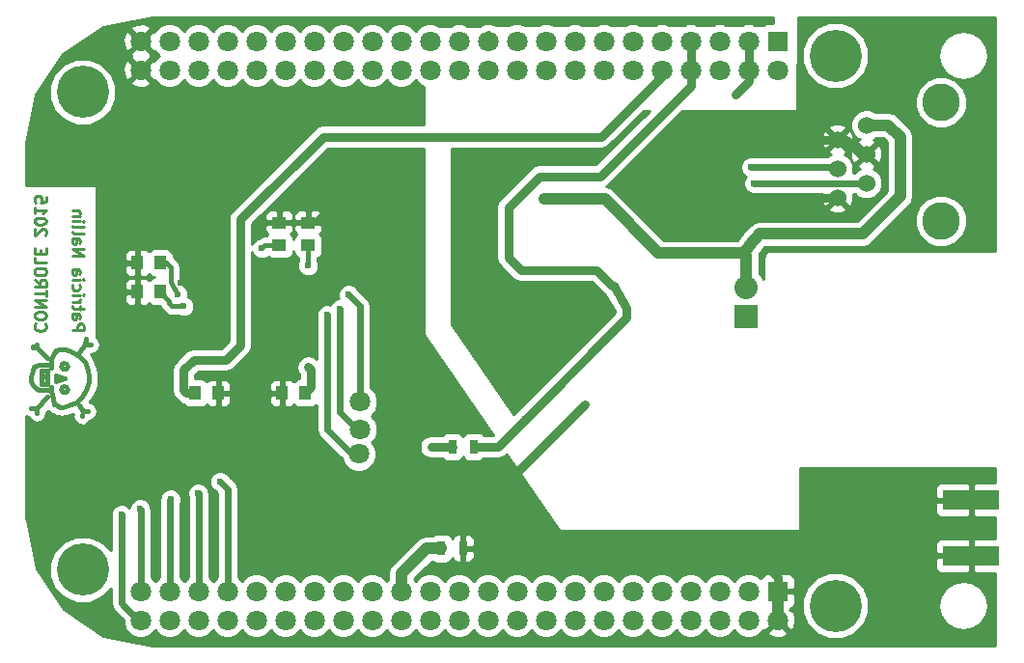
<source format=gbr>
G04 #@! TF.FileFunction,Copper,L2,Bot,Signal*
%FSLAX46Y46*%
G04 Gerber Fmt 4.6, Leading zero omitted, Abs format (unit mm)*
G04 Created by KiCad (PCBNEW 0.201506030104+5696~23~ubuntu14.04.1-product) date Ter 17 Nov 2015 15:08:57 BRST*
%MOMM*%
G01*
G04 APERTURE LIST*
%ADD10C,0.100000*%
%ADD11C,0.250000*%
%ADD12C,0.381000*%
%ADD13R,1.000000X1.250000*%
%ADD14R,1.250000X1.000000*%
%ADD15R,0.700000X1.300000*%
%ADD16C,1.524000*%
%ADD17C,3.300000*%
%ADD18R,5.000000X1.800000*%
%ADD19R,2.032000X2.032000*%
%ADD20O,2.032000X2.032000*%
%ADD21C,4.572000*%
%ADD22R,1.800000X1.800000*%
%ADD23C,1.800000*%
%ADD24C,0.600000*%
%ADD25C,0.800000*%
%ADD26C,1.000000*%
%ADD27C,0.400000*%
%ADD28C,0.600000*%
%ADD29C,0.254000*%
G04 APERTURE END LIST*
D10*
D11*
X110112819Y-104968705D02*
X111112819Y-104968705D01*
X111112819Y-104587752D01*
X111065200Y-104492514D01*
X111017581Y-104444895D01*
X110922343Y-104397276D01*
X110779486Y-104397276D01*
X110684248Y-104444895D01*
X110636629Y-104492514D01*
X110589010Y-104587752D01*
X110589010Y-104968705D01*
X110112819Y-103540133D02*
X110636629Y-103540133D01*
X110731867Y-103587752D01*
X110779486Y-103682990D01*
X110779486Y-103873467D01*
X110731867Y-103968705D01*
X110160438Y-103540133D02*
X110112819Y-103635371D01*
X110112819Y-103873467D01*
X110160438Y-103968705D01*
X110255676Y-104016324D01*
X110350914Y-104016324D01*
X110446152Y-103968705D01*
X110493771Y-103873467D01*
X110493771Y-103635371D01*
X110541390Y-103540133D01*
X110779486Y-103206800D02*
X110779486Y-102825848D01*
X111112819Y-103063943D02*
X110255676Y-103063943D01*
X110160438Y-103016324D01*
X110112819Y-102921086D01*
X110112819Y-102825848D01*
X110112819Y-102492514D02*
X110779486Y-102492514D01*
X110589010Y-102492514D02*
X110684248Y-102444895D01*
X110731867Y-102397276D01*
X110779486Y-102302038D01*
X110779486Y-102206799D01*
X110112819Y-101873466D02*
X110779486Y-101873466D01*
X111160438Y-101778228D02*
X111017581Y-101921085D01*
X110160438Y-100968704D02*
X110112819Y-101063942D01*
X110112819Y-101254419D01*
X110160438Y-101349657D01*
X110208057Y-101397276D01*
X110303295Y-101444895D01*
X110589010Y-101444895D01*
X110684248Y-101397276D01*
X110731867Y-101349657D01*
X110779486Y-101254419D01*
X110779486Y-101063942D01*
X110731867Y-100968704D01*
X110112819Y-100540133D02*
X110779486Y-100540133D01*
X111112819Y-100540133D02*
X111065200Y-100587752D01*
X111017581Y-100540133D01*
X111065200Y-100492514D01*
X111112819Y-100540133D01*
X111017581Y-100540133D01*
X110112819Y-99635371D02*
X110636629Y-99635371D01*
X110731867Y-99682990D01*
X110779486Y-99778228D01*
X110779486Y-99968705D01*
X110731867Y-100063943D01*
X110160438Y-99635371D02*
X110112819Y-99730609D01*
X110112819Y-99968705D01*
X110160438Y-100063943D01*
X110255676Y-100111562D01*
X110350914Y-100111562D01*
X110446152Y-100063943D01*
X110493771Y-99968705D01*
X110493771Y-99730609D01*
X110541390Y-99635371D01*
X110112819Y-98397276D02*
X111112819Y-98397276D01*
X110112819Y-97825847D01*
X111112819Y-97825847D01*
X110112819Y-96921085D02*
X110636629Y-96921085D01*
X110731867Y-96968704D01*
X110779486Y-97063942D01*
X110779486Y-97254419D01*
X110731867Y-97349657D01*
X110160438Y-96921085D02*
X110112819Y-97016323D01*
X110112819Y-97254419D01*
X110160438Y-97349657D01*
X110255676Y-97397276D01*
X110350914Y-97397276D01*
X110446152Y-97349657D01*
X110493771Y-97254419D01*
X110493771Y-97016323D01*
X110541390Y-96921085D01*
X110112819Y-96302038D02*
X110160438Y-96397276D01*
X110255676Y-96444895D01*
X111112819Y-96444895D01*
X110112819Y-95778228D02*
X110160438Y-95873466D01*
X110255676Y-95921085D01*
X111112819Y-95921085D01*
X110112819Y-95397275D02*
X110779486Y-95397275D01*
X111112819Y-95397275D02*
X111065200Y-95444894D01*
X111017581Y-95397275D01*
X111065200Y-95349656D01*
X111112819Y-95397275D01*
X111017581Y-95397275D01*
X110779486Y-94921085D02*
X110112819Y-94921085D01*
X110684248Y-94921085D02*
X110731867Y-94873466D01*
X110779486Y-94778228D01*
X110779486Y-94635370D01*
X110731867Y-94540132D01*
X110636629Y-94492513D01*
X110112819Y-94492513D01*
X106908057Y-104397276D02*
X106860438Y-104444895D01*
X106812819Y-104587752D01*
X106812819Y-104682990D01*
X106860438Y-104825848D01*
X106955676Y-104921086D01*
X107050914Y-104968705D01*
X107241390Y-105016324D01*
X107384248Y-105016324D01*
X107574724Y-104968705D01*
X107669962Y-104921086D01*
X107765200Y-104825848D01*
X107812819Y-104682990D01*
X107812819Y-104587752D01*
X107765200Y-104444895D01*
X107717581Y-104397276D01*
X107812819Y-103778229D02*
X107812819Y-103587752D01*
X107765200Y-103492514D01*
X107669962Y-103397276D01*
X107479486Y-103349657D01*
X107146152Y-103349657D01*
X106955676Y-103397276D01*
X106860438Y-103492514D01*
X106812819Y-103587752D01*
X106812819Y-103778229D01*
X106860438Y-103873467D01*
X106955676Y-103968705D01*
X107146152Y-104016324D01*
X107479486Y-104016324D01*
X107669962Y-103968705D01*
X107765200Y-103873467D01*
X107812819Y-103778229D01*
X106812819Y-102921086D02*
X107812819Y-102921086D01*
X106812819Y-102349657D01*
X107812819Y-102349657D01*
X107812819Y-102016324D02*
X107812819Y-101444895D01*
X106812819Y-101730610D02*
X107812819Y-101730610D01*
X106812819Y-100540133D02*
X107289010Y-100873467D01*
X106812819Y-101111562D02*
X107812819Y-101111562D01*
X107812819Y-100730609D01*
X107765200Y-100635371D01*
X107717581Y-100587752D01*
X107622343Y-100540133D01*
X107479486Y-100540133D01*
X107384248Y-100587752D01*
X107336629Y-100635371D01*
X107289010Y-100730609D01*
X107289010Y-101111562D01*
X107812819Y-99921086D02*
X107812819Y-99730609D01*
X107765200Y-99635371D01*
X107669962Y-99540133D01*
X107479486Y-99492514D01*
X107146152Y-99492514D01*
X106955676Y-99540133D01*
X106860438Y-99635371D01*
X106812819Y-99730609D01*
X106812819Y-99921086D01*
X106860438Y-100016324D01*
X106955676Y-100111562D01*
X107146152Y-100159181D01*
X107479486Y-100159181D01*
X107669962Y-100111562D01*
X107765200Y-100016324D01*
X107812819Y-99921086D01*
X106812819Y-98587752D02*
X106812819Y-99063943D01*
X107812819Y-99063943D01*
X107336629Y-98254419D02*
X107336629Y-97921085D01*
X106812819Y-97778228D02*
X106812819Y-98254419D01*
X107812819Y-98254419D01*
X107812819Y-97778228D01*
X107717581Y-96635371D02*
X107765200Y-96587752D01*
X107812819Y-96492514D01*
X107812819Y-96254418D01*
X107765200Y-96159180D01*
X107717581Y-96111561D01*
X107622343Y-96063942D01*
X107527105Y-96063942D01*
X107384248Y-96111561D01*
X106812819Y-96682990D01*
X106812819Y-96063942D01*
X107812819Y-95444895D02*
X107812819Y-95349656D01*
X107765200Y-95254418D01*
X107717581Y-95206799D01*
X107622343Y-95159180D01*
X107431867Y-95111561D01*
X107193771Y-95111561D01*
X107003295Y-95159180D01*
X106908057Y-95206799D01*
X106860438Y-95254418D01*
X106812819Y-95349656D01*
X106812819Y-95444895D01*
X106860438Y-95540133D01*
X106908057Y-95587752D01*
X107003295Y-95635371D01*
X107193771Y-95682990D01*
X107431867Y-95682990D01*
X107622343Y-95635371D01*
X107717581Y-95587752D01*
X107765200Y-95540133D01*
X107812819Y-95444895D01*
X106812819Y-94159180D02*
X106812819Y-94730609D01*
X106812819Y-94444895D02*
X107812819Y-94444895D01*
X107669962Y-94540133D01*
X107574724Y-94635371D01*
X107527105Y-94730609D01*
X107812819Y-93254418D02*
X107812819Y-93730609D01*
X107336629Y-93778228D01*
X107384248Y-93730609D01*
X107431867Y-93635371D01*
X107431867Y-93397275D01*
X107384248Y-93302037D01*
X107336629Y-93254418D01*
X107241390Y-93206799D01*
X107003295Y-93206799D01*
X106908057Y-93254418D01*
X106860438Y-93302037D01*
X106812819Y-93397275D01*
X106812819Y-93635371D01*
X106860438Y-93730609D01*
X106908057Y-93778228D01*
D12*
X107035600Y-106502200D02*
X106654600Y-106502200D01*
X106654600Y-106502200D02*
X106654600Y-106375200D01*
X107924600Y-107391200D02*
X107035600Y-106502200D01*
X107035600Y-106502200D02*
X107035600Y-106248200D01*
X111099600Y-112090200D02*
X110972600Y-112471200D01*
X111099600Y-112090200D02*
X111480600Y-112090200D01*
X110718600Y-111582200D02*
X111099600Y-112090200D01*
X107035600Y-111836200D02*
X106527600Y-111836200D01*
X107035600Y-111836200D02*
X107035600Y-112217200D01*
X107924600Y-110820200D02*
X107035600Y-111836200D01*
X111226600Y-106248200D02*
X111353600Y-105740200D01*
X111226600Y-106248200D02*
X111734600Y-106248200D01*
X110718600Y-106883200D02*
X111226600Y-106248200D01*
X107797600Y-109042200D02*
X107543600Y-109042200D01*
X107924600Y-109677200D02*
X107924600Y-108534200D01*
X107924600Y-108534200D02*
X107416600Y-108534200D01*
X107416600Y-108534200D02*
X107416600Y-109677200D01*
X107416600Y-109677200D02*
X107924600Y-109677200D01*
X109732581Y-110185200D02*
G75*
G03X109732581Y-110185200I-283981J0D01*
G01*
X109732581Y-108153200D02*
G75*
G03X109732581Y-108153200I-283981J0D01*
G01*
X109448600Y-109169200D02*
X108686600Y-108915200D01*
X108686600Y-108915200D02*
X108686600Y-109423200D01*
X108686600Y-109423200D02*
X109448600Y-109169200D01*
X107162600Y-110185200D02*
X106908600Y-110058200D01*
X106908600Y-110058200D02*
X106654600Y-109804200D01*
X106654600Y-109804200D02*
X106527600Y-109423200D01*
X108305600Y-108026200D02*
X107543600Y-108026200D01*
X107543600Y-108026200D02*
X107162600Y-108026200D01*
X107162600Y-108026200D02*
X106781600Y-108153200D01*
X106781600Y-108153200D02*
X106654600Y-108534200D01*
X106654600Y-108534200D02*
X106527600Y-109042200D01*
X106527600Y-109042200D02*
X106527600Y-109423200D01*
X107162600Y-110185200D02*
X107543600Y-110185200D01*
X107543600Y-110185200D02*
X108305600Y-110185200D01*
X109067600Y-111709200D02*
X108813600Y-111582200D01*
X108813600Y-111582200D02*
X108559600Y-111455200D01*
X108559600Y-111455200D02*
X108432600Y-110947200D01*
X108432600Y-110947200D02*
X108305600Y-110312200D01*
X108305600Y-110312200D02*
X108305600Y-109931200D01*
X109067600Y-111709200D02*
X109321600Y-111709200D01*
X109321600Y-111709200D02*
X109829600Y-111582200D01*
X109829600Y-111582200D02*
X110464600Y-111328200D01*
X110464600Y-111328200D02*
X110972600Y-110820200D01*
X110972600Y-110820200D02*
X111353600Y-110185200D01*
X111353600Y-110185200D02*
X111607600Y-109550200D01*
X111607600Y-109550200D02*
X111607600Y-109042200D01*
X111607600Y-109042200D02*
X111480600Y-108407200D01*
X111480600Y-108407200D02*
X111226600Y-107772200D01*
X111226600Y-107772200D02*
X110718600Y-107264200D01*
X110718600Y-107264200D02*
X110337600Y-107010200D01*
X110337600Y-107010200D02*
X109829600Y-106756200D01*
X109829600Y-106756200D02*
X109448600Y-106629200D01*
X109448600Y-106629200D02*
X109067600Y-106629200D01*
X109067600Y-106629200D02*
X108686600Y-106756200D01*
X108686600Y-106756200D02*
X108559600Y-107010200D01*
X108559600Y-107010200D02*
X108305600Y-107518200D01*
X108305600Y-107518200D02*
X108305600Y-107899200D01*
X108305600Y-107899200D02*
X108305600Y-108280200D01*
D13*
X130540000Y-110490000D03*
X128540000Y-110490000D03*
X117840000Y-99060000D03*
X115840000Y-99060000D03*
X117840000Y-101600000D03*
X115840000Y-101600000D03*
D14*
X130810000Y-95520000D03*
X130810000Y-97520000D03*
D13*
X122920000Y-110490000D03*
X120920000Y-110490000D03*
D14*
X128270000Y-97520000D03*
X128270000Y-95520000D03*
D15*
X145349000Y-115189000D03*
X143449000Y-115189000D03*
D16*
X177251340Y-90774520D03*
X177251340Y-88234520D03*
X177251340Y-93314520D03*
X179791340Y-86964520D03*
X179791340Y-89504520D03*
X179791340Y-92044520D03*
D17*
X186319140Y-95356680D03*
X186321680Y-84983320D03*
D18*
X188976000Y-119861000D03*
X188976000Y-124741000D03*
D15*
X142509200Y-124104400D03*
X144409200Y-124104400D03*
D19*
X169265600Y-103784400D03*
D20*
X169265600Y-101244400D03*
D21*
X111036100Y-84048600D03*
X177076100Y-80873600D03*
X177076100Y-129133600D03*
X111036100Y-125958600D03*
D22*
X171996100Y-79603600D03*
D23*
X171996100Y-82143600D03*
X169456100Y-79603600D03*
X169456100Y-82143600D03*
X166916100Y-79603600D03*
X166916100Y-82143600D03*
X164376100Y-79603600D03*
X164376100Y-82143600D03*
X161836100Y-79603600D03*
X161836100Y-82143600D03*
X159296100Y-79603600D03*
X159296100Y-82143600D03*
X156756100Y-79603600D03*
X156756100Y-82143600D03*
X154216100Y-79603600D03*
X154216100Y-82143600D03*
X151676100Y-79603600D03*
X151676100Y-82143600D03*
X149136100Y-79603600D03*
X149136100Y-82143600D03*
X146596100Y-79603600D03*
X146596100Y-82143600D03*
X144056100Y-79603600D03*
X144056100Y-82143600D03*
X141516100Y-79603600D03*
X141516100Y-82143600D03*
X138976100Y-79603600D03*
X138976100Y-82143600D03*
X136436100Y-79603600D03*
X136436100Y-82143600D03*
X133896100Y-79603600D03*
X133896100Y-82143600D03*
X131356100Y-79603600D03*
X131356100Y-82143600D03*
X128816100Y-79603600D03*
X128816100Y-82143600D03*
X126276100Y-79603600D03*
X126276100Y-82143600D03*
X123736100Y-79603600D03*
X123736100Y-82143600D03*
X121196100Y-79603600D03*
X121196100Y-82143600D03*
X118656100Y-79603600D03*
X118656100Y-82143600D03*
X116116100Y-79603600D03*
X116116100Y-82143600D03*
D22*
X171996100Y-127863600D03*
D23*
X171996100Y-130403600D03*
X169456100Y-127863600D03*
X169456100Y-130403600D03*
X166916100Y-127863600D03*
X166916100Y-130403600D03*
X164376100Y-127863600D03*
X164376100Y-130403600D03*
X161836100Y-127863600D03*
X161836100Y-130403600D03*
X159296100Y-127863600D03*
X159296100Y-130403600D03*
X156756100Y-127863600D03*
X156756100Y-130403600D03*
X154216100Y-127863600D03*
X154216100Y-130403600D03*
X151676100Y-127863600D03*
X151676100Y-130403600D03*
X149136100Y-127863600D03*
X149136100Y-130403600D03*
X146596100Y-127863600D03*
X146596100Y-130403600D03*
X144056100Y-127863600D03*
X144056100Y-130403600D03*
X141516100Y-127863600D03*
X141516100Y-130403600D03*
X138976100Y-127863600D03*
X138976100Y-130403600D03*
X136436100Y-127863600D03*
X136436100Y-130403600D03*
X133896100Y-127863600D03*
X133896100Y-130403600D03*
X131356100Y-127863600D03*
X131356100Y-130403600D03*
X128816100Y-127863600D03*
X128816100Y-130403600D03*
X126276100Y-127863600D03*
X126276100Y-130403600D03*
X123736100Y-127863600D03*
X123736100Y-130403600D03*
X121196100Y-127863600D03*
X121196100Y-130403600D03*
X118656100Y-127863600D03*
X118656100Y-130403600D03*
X116116100Y-127863600D03*
X116116100Y-130403600D03*
D24*
X158750000Y-102997000D03*
X151511000Y-93472000D03*
X149606000Y-108585000D03*
X150622000Y-102616000D03*
X167005000Y-93980000D03*
X130810000Y-99314000D03*
X126746000Y-97790000D03*
X119380000Y-101854000D03*
X130810000Y-108204000D03*
X168275000Y-84328000D03*
X139954000Y-112903000D03*
X155067000Y-111506000D03*
X119634000Y-100838000D03*
X134239000Y-92456000D03*
X125603000Y-110744000D03*
X119888000Y-102870000D03*
X119888000Y-108458000D03*
X141605000Y-115189000D03*
X169926000Y-92075000D03*
X169672000Y-90678000D03*
X132475111Y-103632000D03*
D23*
X135255000Y-115824000D03*
D24*
X133604000Y-103124000D03*
D23*
X135382000Y-113665000D03*
X135382000Y-111252000D03*
D24*
X134366000Y-101854000D03*
X135382000Y-106045000D03*
X123063000Y-118237000D03*
X121158000Y-119253000D03*
X118745000Y-119761000D03*
X116078000Y-120650000D03*
X114427000Y-121158000D03*
X140335000Y-124968000D03*
D25*
X156083000Y-99695000D02*
X157480000Y-101092000D01*
X149479000Y-99695000D02*
X156083000Y-99695000D01*
X148361400Y-98577400D02*
X149479000Y-99695000D01*
X148361400Y-94183200D02*
X148361400Y-98577400D01*
X151079200Y-91465400D02*
X148361400Y-94183200D01*
X156464000Y-91465400D02*
X151079200Y-91465400D01*
X157607000Y-101092000D02*
X158750000Y-102997000D01*
X157480000Y-101092000D02*
X157607000Y-101092000D01*
X149923500Y-112712500D02*
X149860000Y-112776000D01*
X158750000Y-103886000D02*
X149923500Y-112712500D01*
X158750000Y-102997000D02*
X158750000Y-103886000D01*
X148209000Y-114427000D02*
X147447000Y-115189000D01*
X147447000Y-115189000D02*
X145349000Y-115189000D01*
X149923500Y-112712500D02*
X148209000Y-114427000D01*
X164376100Y-79603600D02*
X164376100Y-82143600D01*
X164376100Y-82143600D02*
X164376100Y-83553300D01*
X164376100Y-83553300D02*
X156464000Y-91465400D01*
D26*
X169265600Y-101244400D02*
X169265600Y-98399600D01*
X169265600Y-98399600D02*
X169037000Y-98171000D01*
X156845000Y-93472000D02*
X151511000Y-93472000D01*
X161544000Y-98171000D02*
X156845000Y-93472000D01*
X169037000Y-98171000D02*
X161544000Y-98171000D01*
X171450000Y-96520000D02*
X179451000Y-96520000D01*
X179451000Y-96520000D02*
X182753000Y-93218000D01*
X182753000Y-93218000D02*
X182753000Y-88011000D01*
X182753000Y-88011000D02*
X181706520Y-86964520D01*
X179885340Y-86964520D02*
X181706520Y-86964520D01*
X169799000Y-97155000D02*
X169037000Y-98171000D01*
X170053000Y-96901000D02*
X169799000Y-97155000D01*
X170434000Y-96520000D02*
X170053000Y-96901000D01*
X171450000Y-96520000D02*
X170434000Y-96520000D01*
X149733000Y-108585000D02*
X149606000Y-108585000D01*
X150622000Y-107696000D02*
X149733000Y-108585000D01*
X150622000Y-107315000D02*
X150622000Y-107696000D01*
X150622000Y-102616000D02*
X150622000Y-107315000D01*
D25*
X167005000Y-93980000D02*
X167680817Y-93304183D01*
X167680817Y-93304183D02*
X177165000Y-93345000D01*
X179293520Y-89504520D02*
X178023520Y-88234520D01*
X167005000Y-90805000D02*
X167005000Y-93980000D01*
X169575480Y-88234520D02*
X167005000Y-90805000D01*
X177980340Y-88234520D02*
X169575480Y-88234520D01*
D27*
X130810000Y-99314000D02*
X130810000Y-97520000D01*
X127016000Y-97520000D02*
X128270000Y-97520000D01*
X126746000Y-97790000D02*
X127016000Y-97520000D01*
X118364000Y-99060000D02*
X117840000Y-99060000D01*
X118745000Y-99441000D02*
X118364000Y-99060000D01*
X118745000Y-100711000D02*
X118745000Y-99441000D01*
X119380000Y-101854000D02*
X118745000Y-100711000D01*
D25*
X130810000Y-108204000D02*
X131064000Y-108458000D01*
X131064000Y-108458000D02*
X131064000Y-109966000D01*
X131064000Y-109966000D02*
X130540000Y-110490000D01*
X169456100Y-82143600D02*
X169456100Y-79603600D01*
X169456100Y-83146900D02*
X168275000Y-84328000D01*
X169456100Y-82143600D02*
X169456100Y-83146900D01*
X171996100Y-127863600D02*
X171996100Y-126657100D01*
D26*
X171996100Y-130403600D02*
X171996100Y-127863600D01*
D25*
X148844000Y-117729000D02*
X155067000Y-111506000D01*
D27*
X130810000Y-95520000D02*
X131175000Y-95520000D01*
X131175000Y-95520000D02*
X134239000Y-92456000D01*
X125349000Y-110490000D02*
X125603000Y-110744000D01*
X122920000Y-110490000D02*
X125349000Y-110490000D01*
D25*
X148844000Y-119380000D02*
X148844000Y-117729000D01*
X153670000Y-124206000D02*
X148844000Y-119380000D01*
X169545000Y-124206000D02*
X153670000Y-124206000D01*
X171996100Y-126657100D02*
X169545000Y-124206000D01*
D27*
X118618000Y-102378000D02*
X117840000Y-101600000D01*
X118618000Y-102616000D02*
X118618000Y-102378000D01*
X118872000Y-102870000D02*
X118618000Y-102616000D01*
X119888000Y-102870000D02*
X118872000Y-102870000D01*
D25*
X123571000Y-107569000D02*
X120777000Y-107569000D01*
X124841000Y-106299000D02*
X123571000Y-107569000D01*
X124841000Y-95250000D02*
X124841000Y-106299000D01*
X120777000Y-107569000D02*
X119888000Y-108458000D01*
X119888000Y-110236000D02*
X120142000Y-110490000D01*
X120142000Y-110490000D02*
X120920000Y-110490000D01*
X119888000Y-108458000D02*
X119888000Y-110236000D01*
D27*
X161836100Y-82143600D02*
X162331400Y-82143600D01*
D25*
X132105400Y-87985600D02*
X124841000Y-95250000D01*
X156489400Y-87985600D02*
X132105400Y-87985600D01*
X162331400Y-82143600D02*
X156489400Y-87985600D01*
X143449000Y-115189000D02*
X141605000Y-115189000D01*
D28*
X169956480Y-92044520D02*
X179758340Y-92044520D01*
X169926000Y-92075000D02*
X169956480Y-92044520D01*
X169672000Y-90678000D02*
X169641520Y-90647520D01*
X169641520Y-90647520D02*
X177218340Y-90647520D01*
X135255000Y-115824000D02*
X134620000Y-115824000D01*
X132461000Y-113665000D02*
X134620000Y-115824000D01*
X132461000Y-103646111D02*
X132461000Y-113665000D01*
X132461000Y-103646111D02*
X132475111Y-103632000D01*
X135382000Y-113665000D02*
X135206154Y-113743154D01*
X133604000Y-112141000D02*
X135206154Y-113743154D01*
X133604000Y-112141000D02*
X133604000Y-103124000D01*
X135382000Y-106045000D02*
X135382000Y-111252000D01*
X134366000Y-101854000D02*
X135382000Y-102870000D01*
X135382000Y-102870000D02*
X135382000Y-106045000D01*
X123063000Y-118237000D02*
X123736100Y-118910100D01*
X123736100Y-118910100D02*
X123736100Y-127863600D01*
D27*
X121196100Y-119291100D02*
X121158000Y-119253000D01*
D28*
X121196100Y-127863600D02*
X121196100Y-119291100D01*
X118656100Y-119849900D02*
X118656100Y-127863600D01*
D27*
X118745000Y-119761000D02*
X118656100Y-119849900D01*
D28*
X116116100Y-127863600D02*
X116116100Y-120688100D01*
D27*
X116116100Y-120688100D02*
X116078000Y-120650000D01*
D28*
X114427000Y-121158000D02*
X114427000Y-128905000D01*
X114427000Y-128905000D02*
X115925600Y-130403600D01*
D27*
X115925600Y-130403600D02*
X116116100Y-130403600D01*
D26*
X142509200Y-124104400D02*
X141198600Y-124104400D01*
X141198600Y-124104400D02*
X140335000Y-124968000D01*
X138976100Y-126326900D02*
X140335000Y-124968000D01*
X138976100Y-127863600D02*
X138976100Y-126326900D01*
D28*
X146596100Y-79603600D02*
X146596100Y-78981300D01*
D29*
G36*
X160740688Y-85725000D02*
X156035288Y-90430400D01*
X151079205Y-90430400D01*
X151079200Y-90430399D01*
X150683123Y-90509185D01*
X150347344Y-90733544D01*
X150347341Y-90733547D01*
X147629544Y-93451344D01*
X147405185Y-93787123D01*
X147326399Y-94183200D01*
X147326400Y-94183205D01*
X147326400Y-98577394D01*
X147326399Y-98577400D01*
X147405185Y-98973477D01*
X147629544Y-99309256D01*
X148747141Y-100426852D01*
X148747144Y-100426856D01*
X149082923Y-100651215D01*
X149479000Y-100730001D01*
X149479000Y-100730000D01*
X149479005Y-100730000D01*
X155654288Y-100730000D01*
X156748141Y-101823852D01*
X156748144Y-101823856D01*
X156899977Y-101925306D01*
X156899977Y-101925307D01*
X157715000Y-103283678D01*
X157715000Y-103457288D01*
X149191644Y-111980644D01*
X149191641Y-111980647D01*
X149128144Y-112044144D01*
X149128142Y-112044146D01*
X148862896Y-112309391D01*
X143383000Y-104480967D01*
X143383000Y-89020600D01*
X156489394Y-89020600D01*
X156489400Y-89020601D01*
X156489400Y-89020600D01*
X156885477Y-88941815D01*
X157221256Y-88717456D01*
X160213711Y-85725000D01*
X160740688Y-85725000D01*
X160740688Y-85725000D01*
G37*
X160740688Y-85725000D02*
X156035288Y-90430400D01*
X151079205Y-90430400D01*
X151079200Y-90430399D01*
X150683123Y-90509185D01*
X150347344Y-90733544D01*
X150347341Y-90733547D01*
X147629544Y-93451344D01*
X147405185Y-93787123D01*
X147326399Y-94183200D01*
X147326400Y-94183205D01*
X147326400Y-98577394D01*
X147326399Y-98577400D01*
X147405185Y-98973477D01*
X147629544Y-99309256D01*
X148747141Y-100426852D01*
X148747144Y-100426856D01*
X149082923Y-100651215D01*
X149479000Y-100730001D01*
X149479000Y-100730000D01*
X149479005Y-100730000D01*
X155654288Y-100730000D01*
X156748141Y-101823852D01*
X156748144Y-101823856D01*
X156899977Y-101925306D01*
X156899977Y-101925307D01*
X157715000Y-103283678D01*
X157715000Y-103457288D01*
X149191644Y-111980644D01*
X149191641Y-111980647D01*
X149128144Y-112044144D01*
X149128142Y-112044146D01*
X148862896Y-112309391D01*
X143383000Y-104480967D01*
X143383000Y-89020600D01*
X156489394Y-89020600D01*
X156489400Y-89020601D01*
X156489400Y-89020600D01*
X156885477Y-88941815D01*
X157221256Y-88717456D01*
X160213711Y-85725000D01*
X160740688Y-85725000D01*
G36*
X191065000Y-97990000D02*
X190455000Y-97990000D01*
X190455000Y-80873600D01*
X190288677Y-80037437D01*
X189815028Y-79328572D01*
X189106163Y-78854923D01*
X188270000Y-78688600D01*
X187433837Y-78854923D01*
X186724972Y-79328572D01*
X186251323Y-80037437D01*
X186085000Y-80873600D01*
X186251323Y-81709763D01*
X186724972Y-82418628D01*
X187433837Y-82892277D01*
X188270000Y-83058600D01*
X189106163Y-82892277D01*
X189815028Y-82418628D01*
X190288677Y-81709763D01*
X190455000Y-80873600D01*
X190455000Y-97990000D01*
X188607076Y-97990000D01*
X188607076Y-84530799D01*
X188259938Y-83690662D01*
X187617719Y-83047321D01*
X186778189Y-82698717D01*
X185869159Y-82697924D01*
X185029022Y-83045062D01*
X184385681Y-83687281D01*
X184037077Y-84526811D01*
X184036284Y-85435841D01*
X184383422Y-86275978D01*
X185025641Y-86919319D01*
X185865171Y-87267923D01*
X186774201Y-87268716D01*
X187614338Y-86921578D01*
X188257679Y-86279359D01*
X188606283Y-85439829D01*
X188607076Y-84530799D01*
X188607076Y-97990000D01*
X188604536Y-97990000D01*
X188604536Y-94904159D01*
X188257398Y-94064022D01*
X187615179Y-93420681D01*
X186775649Y-93072077D01*
X185866619Y-93071284D01*
X185026482Y-93418422D01*
X184383141Y-94060641D01*
X184034537Y-94900171D01*
X184033744Y-95809201D01*
X184380882Y-96649338D01*
X185023101Y-97292679D01*
X185862631Y-97641283D01*
X186771661Y-97642076D01*
X187611798Y-97294938D01*
X188255139Y-96652719D01*
X188603743Y-95813189D01*
X188604536Y-94904159D01*
X188604536Y-97990000D01*
X171425000Y-97990000D01*
X171162862Y-98042143D01*
X170940632Y-98190632D01*
X170792143Y-98412862D01*
X170740000Y-98675000D01*
X170740000Y-100487967D01*
X170465378Y-100076967D01*
X170400600Y-100033683D01*
X170400600Y-98399600D01*
X170376220Y-98277038D01*
X170658604Y-97900528D01*
X170855566Y-97703566D01*
X170904132Y-97655000D01*
X171450000Y-97655000D01*
X179451000Y-97655000D01*
X179885345Y-97568603D01*
X179885346Y-97568603D01*
X180253566Y-97322566D01*
X183555566Y-94020566D01*
X183801603Y-93652346D01*
X183801603Y-93652345D01*
X183888000Y-93218000D01*
X183888000Y-88011000D01*
X183801603Y-87576655D01*
X183801603Y-87576654D01*
X183555566Y-87208434D01*
X182509086Y-86161954D01*
X182140866Y-85915917D01*
X181706520Y-85829520D01*
X180632254Y-85829520D01*
X180583710Y-85780891D01*
X180070440Y-85567763D01*
X179997606Y-85567699D01*
X179997606Y-80295126D01*
X179553847Y-79221148D01*
X178732874Y-78398740D01*
X177659672Y-77953108D01*
X176497626Y-77952094D01*
X175423648Y-78395853D01*
X174601240Y-79216826D01*
X174155608Y-80290028D01*
X174154594Y-81452074D01*
X174598353Y-82526052D01*
X175419326Y-83348460D01*
X176492528Y-83794092D01*
X177654574Y-83795106D01*
X178728552Y-83351347D01*
X179550960Y-82530374D01*
X179996592Y-81457172D01*
X179997606Y-80295126D01*
X179997606Y-85567699D01*
X179514679Y-85567278D01*
X179001037Y-85779510D01*
X178607711Y-86172150D01*
X178394583Y-86685420D01*
X178394098Y-87241181D01*
X178606330Y-87754823D01*
X178998970Y-88148149D01*
X179191067Y-88227914D01*
X179060197Y-88282123D01*
X178990732Y-88524307D01*
X179791340Y-89324915D01*
X180591948Y-88524307D01*
X180522483Y-88282123D01*
X180382022Y-88232011D01*
X180581643Y-88149530D01*
X180631740Y-88099520D01*
X181236388Y-88099520D01*
X181618000Y-88481132D01*
X181618000Y-92747868D01*
X181200484Y-93165384D01*
X181200484Y-89712218D01*
X181172702Y-89157152D01*
X181013737Y-88773377D01*
X180771553Y-88703912D01*
X179970945Y-89504520D01*
X180771553Y-90305128D01*
X181013737Y-90235663D01*
X181200484Y-89712218D01*
X181200484Y-93165384D01*
X181188582Y-93177286D01*
X181188582Y-91767859D01*
X180976350Y-91254217D01*
X180583710Y-90860891D01*
X180391612Y-90781125D01*
X180522483Y-90726917D01*
X180591948Y-90484733D01*
X179791340Y-89684125D01*
X179611735Y-89863730D01*
X179611735Y-89504520D01*
X178811127Y-88703912D01*
X178660484Y-88747120D01*
X178660484Y-88442218D01*
X178632702Y-87887152D01*
X178473737Y-87503377D01*
X178231553Y-87433912D01*
X178051948Y-87613517D01*
X178051948Y-87254307D01*
X177982483Y-87012123D01*
X177459038Y-86825376D01*
X176903972Y-86853158D01*
X176520197Y-87012123D01*
X176450732Y-87254307D01*
X177251340Y-88054915D01*
X178051948Y-87254307D01*
X178051948Y-87613517D01*
X177430945Y-88234520D01*
X178231553Y-89035128D01*
X178473737Y-88965663D01*
X178660484Y-88442218D01*
X178660484Y-88747120D01*
X178568943Y-88773377D01*
X178382196Y-89296822D01*
X178409978Y-89851888D01*
X178568943Y-90235663D01*
X178811127Y-90305128D01*
X179611735Y-89504520D01*
X179611735Y-89863730D01*
X178990732Y-90484733D01*
X179060197Y-90726917D01*
X179200657Y-90777028D01*
X179001037Y-90859510D01*
X178750590Y-91109520D01*
X178624885Y-91109520D01*
X178648097Y-91053620D01*
X178648582Y-90497859D01*
X178436350Y-89984217D01*
X178043710Y-89590891D01*
X177851612Y-89511125D01*
X177982483Y-89456917D01*
X178051948Y-89214733D01*
X177251340Y-88414125D01*
X177071735Y-88593730D01*
X177071735Y-88234520D01*
X176271127Y-87433912D01*
X176028943Y-87503377D01*
X175842196Y-88026822D01*
X175869978Y-88581888D01*
X176028943Y-88965663D01*
X176271127Y-89035128D01*
X177071735Y-88234520D01*
X177071735Y-88593730D01*
X176450732Y-89214733D01*
X176520197Y-89456917D01*
X176660657Y-89507028D01*
X176461037Y-89589510D01*
X176337812Y-89712520D01*
X169641520Y-89712520D01*
X169489092Y-89742839D01*
X169486833Y-89742838D01*
X169484726Y-89743708D01*
X169283711Y-89783693D01*
X168980375Y-89986375D01*
X168777693Y-90289711D01*
X168738029Y-90489111D01*
X168737162Y-90491201D01*
X168737160Y-90493483D01*
X168706520Y-90647520D01*
X168736892Y-90800213D01*
X168736838Y-90863167D01*
X168761090Y-90921862D01*
X168777693Y-91005329D01*
X168824559Y-91075470D01*
X168878883Y-91206943D01*
X168980268Y-91308505D01*
X168980375Y-91308665D01*
X169010564Y-91338854D01*
X169010855Y-91339145D01*
X169141673Y-91470192D01*
X169188811Y-91489765D01*
X169133808Y-91544673D01*
X168991162Y-91888201D01*
X168990838Y-92260167D01*
X169132883Y-92603943D01*
X169264855Y-92736145D01*
X169395673Y-92867192D01*
X169739201Y-93009838D01*
X169926000Y-93010000D01*
X170111167Y-93010162D01*
X170185326Y-92979520D01*
X175887612Y-92979520D01*
X175842196Y-93106822D01*
X175869978Y-93661888D01*
X176028943Y-94045663D01*
X176271127Y-94115128D01*
X177071735Y-93314520D01*
X177057592Y-93300377D01*
X177237197Y-93120772D01*
X177251340Y-93134915D01*
X177265482Y-93120772D01*
X177445087Y-93300377D01*
X177430945Y-93314520D01*
X178231553Y-94115128D01*
X178473737Y-94045663D01*
X178660484Y-93522218D01*
X178633321Y-92979520D01*
X178750774Y-92979520D01*
X178998970Y-93228149D01*
X179512240Y-93441277D01*
X180068001Y-93441762D01*
X180581643Y-93229530D01*
X180974969Y-92836890D01*
X181188097Y-92323620D01*
X181188582Y-91767859D01*
X181188582Y-93177286D01*
X178980868Y-95385000D01*
X178051948Y-95385000D01*
X178051948Y-94294733D01*
X177251340Y-93494125D01*
X176450732Y-94294733D01*
X176520197Y-94536917D01*
X177043642Y-94723664D01*
X177598708Y-94695882D01*
X177982483Y-94536917D01*
X178051948Y-94294733D01*
X178051948Y-95385000D01*
X171450000Y-95385000D01*
X170434000Y-95385000D01*
X169999654Y-95471397D01*
X169631434Y-95717434D01*
X169250434Y-96098434D01*
X168996434Y-96352434D01*
X168951380Y-96419861D01*
X168891000Y-96474000D01*
X168469500Y-97036000D01*
X162014132Y-97036000D01*
X157647566Y-92669434D01*
X157279346Y-92423397D01*
X156954203Y-92358722D01*
X156954203Y-92358721D01*
X157195856Y-92197256D01*
X163668111Y-85725000D01*
X173609000Y-85725000D01*
X173632718Y-85720282D01*
X173656465Y-85715797D01*
X173656987Y-85715454D01*
X173657601Y-85715333D01*
X173677727Y-85701885D01*
X173697931Y-85688666D01*
X173698282Y-85688150D01*
X173698803Y-85687803D01*
X173712249Y-85667677D01*
X173725858Y-85647732D01*
X173725985Y-85647120D01*
X173726333Y-85646601D01*
X173731050Y-85622884D01*
X173735994Y-85599227D01*
X173814391Y-77485000D01*
X191065000Y-77485000D01*
X191065000Y-97990000D01*
X191065000Y-97990000D01*
G37*
X191065000Y-97990000D02*
X190455000Y-97990000D01*
X190455000Y-80873600D01*
X190288677Y-80037437D01*
X189815028Y-79328572D01*
X189106163Y-78854923D01*
X188270000Y-78688600D01*
X187433837Y-78854923D01*
X186724972Y-79328572D01*
X186251323Y-80037437D01*
X186085000Y-80873600D01*
X186251323Y-81709763D01*
X186724972Y-82418628D01*
X187433837Y-82892277D01*
X188270000Y-83058600D01*
X189106163Y-82892277D01*
X189815028Y-82418628D01*
X190288677Y-81709763D01*
X190455000Y-80873600D01*
X190455000Y-97990000D01*
X188607076Y-97990000D01*
X188607076Y-84530799D01*
X188259938Y-83690662D01*
X187617719Y-83047321D01*
X186778189Y-82698717D01*
X185869159Y-82697924D01*
X185029022Y-83045062D01*
X184385681Y-83687281D01*
X184037077Y-84526811D01*
X184036284Y-85435841D01*
X184383422Y-86275978D01*
X185025641Y-86919319D01*
X185865171Y-87267923D01*
X186774201Y-87268716D01*
X187614338Y-86921578D01*
X188257679Y-86279359D01*
X188606283Y-85439829D01*
X188607076Y-84530799D01*
X188607076Y-97990000D01*
X188604536Y-97990000D01*
X188604536Y-94904159D01*
X188257398Y-94064022D01*
X187615179Y-93420681D01*
X186775649Y-93072077D01*
X185866619Y-93071284D01*
X185026482Y-93418422D01*
X184383141Y-94060641D01*
X184034537Y-94900171D01*
X184033744Y-95809201D01*
X184380882Y-96649338D01*
X185023101Y-97292679D01*
X185862631Y-97641283D01*
X186771661Y-97642076D01*
X187611798Y-97294938D01*
X188255139Y-96652719D01*
X188603743Y-95813189D01*
X188604536Y-94904159D01*
X188604536Y-97990000D01*
X171425000Y-97990000D01*
X171162862Y-98042143D01*
X170940632Y-98190632D01*
X170792143Y-98412862D01*
X170740000Y-98675000D01*
X170740000Y-100487967D01*
X170465378Y-100076967D01*
X170400600Y-100033683D01*
X170400600Y-98399600D01*
X170376220Y-98277038D01*
X170658604Y-97900528D01*
X170855566Y-97703566D01*
X170904132Y-97655000D01*
X171450000Y-97655000D01*
X179451000Y-97655000D01*
X179885345Y-97568603D01*
X179885346Y-97568603D01*
X180253566Y-97322566D01*
X183555566Y-94020566D01*
X183801603Y-93652346D01*
X183801603Y-93652345D01*
X183888000Y-93218000D01*
X183888000Y-88011000D01*
X183801603Y-87576655D01*
X183801603Y-87576654D01*
X183555566Y-87208434D01*
X182509086Y-86161954D01*
X182140866Y-85915917D01*
X181706520Y-85829520D01*
X180632254Y-85829520D01*
X180583710Y-85780891D01*
X180070440Y-85567763D01*
X179997606Y-85567699D01*
X179997606Y-80295126D01*
X179553847Y-79221148D01*
X178732874Y-78398740D01*
X177659672Y-77953108D01*
X176497626Y-77952094D01*
X175423648Y-78395853D01*
X174601240Y-79216826D01*
X174155608Y-80290028D01*
X174154594Y-81452074D01*
X174598353Y-82526052D01*
X175419326Y-83348460D01*
X176492528Y-83794092D01*
X177654574Y-83795106D01*
X178728552Y-83351347D01*
X179550960Y-82530374D01*
X179996592Y-81457172D01*
X179997606Y-80295126D01*
X179997606Y-85567699D01*
X179514679Y-85567278D01*
X179001037Y-85779510D01*
X178607711Y-86172150D01*
X178394583Y-86685420D01*
X178394098Y-87241181D01*
X178606330Y-87754823D01*
X178998970Y-88148149D01*
X179191067Y-88227914D01*
X179060197Y-88282123D01*
X178990732Y-88524307D01*
X179791340Y-89324915D01*
X180591948Y-88524307D01*
X180522483Y-88282123D01*
X180382022Y-88232011D01*
X180581643Y-88149530D01*
X180631740Y-88099520D01*
X181236388Y-88099520D01*
X181618000Y-88481132D01*
X181618000Y-92747868D01*
X181200484Y-93165384D01*
X181200484Y-89712218D01*
X181172702Y-89157152D01*
X181013737Y-88773377D01*
X180771553Y-88703912D01*
X179970945Y-89504520D01*
X180771553Y-90305128D01*
X181013737Y-90235663D01*
X181200484Y-89712218D01*
X181200484Y-93165384D01*
X181188582Y-93177286D01*
X181188582Y-91767859D01*
X180976350Y-91254217D01*
X180583710Y-90860891D01*
X180391612Y-90781125D01*
X180522483Y-90726917D01*
X180591948Y-90484733D01*
X179791340Y-89684125D01*
X179611735Y-89863730D01*
X179611735Y-89504520D01*
X178811127Y-88703912D01*
X178660484Y-88747120D01*
X178660484Y-88442218D01*
X178632702Y-87887152D01*
X178473737Y-87503377D01*
X178231553Y-87433912D01*
X178051948Y-87613517D01*
X178051948Y-87254307D01*
X177982483Y-87012123D01*
X177459038Y-86825376D01*
X176903972Y-86853158D01*
X176520197Y-87012123D01*
X176450732Y-87254307D01*
X177251340Y-88054915D01*
X178051948Y-87254307D01*
X178051948Y-87613517D01*
X177430945Y-88234520D01*
X178231553Y-89035128D01*
X178473737Y-88965663D01*
X178660484Y-88442218D01*
X178660484Y-88747120D01*
X178568943Y-88773377D01*
X178382196Y-89296822D01*
X178409978Y-89851888D01*
X178568943Y-90235663D01*
X178811127Y-90305128D01*
X179611735Y-89504520D01*
X179611735Y-89863730D01*
X178990732Y-90484733D01*
X179060197Y-90726917D01*
X179200657Y-90777028D01*
X179001037Y-90859510D01*
X178750590Y-91109520D01*
X178624885Y-91109520D01*
X178648097Y-91053620D01*
X178648582Y-90497859D01*
X178436350Y-89984217D01*
X178043710Y-89590891D01*
X177851612Y-89511125D01*
X177982483Y-89456917D01*
X178051948Y-89214733D01*
X177251340Y-88414125D01*
X177071735Y-88593730D01*
X177071735Y-88234520D01*
X176271127Y-87433912D01*
X176028943Y-87503377D01*
X175842196Y-88026822D01*
X175869978Y-88581888D01*
X176028943Y-88965663D01*
X176271127Y-89035128D01*
X177071735Y-88234520D01*
X177071735Y-88593730D01*
X176450732Y-89214733D01*
X176520197Y-89456917D01*
X176660657Y-89507028D01*
X176461037Y-89589510D01*
X176337812Y-89712520D01*
X169641520Y-89712520D01*
X169489092Y-89742839D01*
X169486833Y-89742838D01*
X169484726Y-89743708D01*
X169283711Y-89783693D01*
X168980375Y-89986375D01*
X168777693Y-90289711D01*
X168738029Y-90489111D01*
X168737162Y-90491201D01*
X168737160Y-90493483D01*
X168706520Y-90647520D01*
X168736892Y-90800213D01*
X168736838Y-90863167D01*
X168761090Y-90921862D01*
X168777693Y-91005329D01*
X168824559Y-91075470D01*
X168878883Y-91206943D01*
X168980268Y-91308505D01*
X168980375Y-91308665D01*
X169010564Y-91338854D01*
X169010855Y-91339145D01*
X169141673Y-91470192D01*
X169188811Y-91489765D01*
X169133808Y-91544673D01*
X168991162Y-91888201D01*
X168990838Y-92260167D01*
X169132883Y-92603943D01*
X169264855Y-92736145D01*
X169395673Y-92867192D01*
X169739201Y-93009838D01*
X169926000Y-93010000D01*
X170111167Y-93010162D01*
X170185326Y-92979520D01*
X175887612Y-92979520D01*
X175842196Y-93106822D01*
X175869978Y-93661888D01*
X176028943Y-94045663D01*
X176271127Y-94115128D01*
X177071735Y-93314520D01*
X177057592Y-93300377D01*
X177237197Y-93120772D01*
X177251340Y-93134915D01*
X177265482Y-93120772D01*
X177445087Y-93300377D01*
X177430945Y-93314520D01*
X178231553Y-94115128D01*
X178473737Y-94045663D01*
X178660484Y-93522218D01*
X178633321Y-92979520D01*
X178750774Y-92979520D01*
X178998970Y-93228149D01*
X179512240Y-93441277D01*
X180068001Y-93441762D01*
X180581643Y-93229530D01*
X180974969Y-92836890D01*
X181188097Y-92323620D01*
X181188582Y-91767859D01*
X181188582Y-93177286D01*
X178980868Y-95385000D01*
X178051948Y-95385000D01*
X178051948Y-94294733D01*
X177251340Y-93494125D01*
X176450732Y-94294733D01*
X176520197Y-94536917D01*
X177043642Y-94723664D01*
X177598708Y-94695882D01*
X177982483Y-94536917D01*
X178051948Y-94294733D01*
X178051948Y-95385000D01*
X171450000Y-95385000D01*
X170434000Y-95385000D01*
X169999654Y-95471397D01*
X169631434Y-95717434D01*
X169250434Y-96098434D01*
X168996434Y-96352434D01*
X168951380Y-96419861D01*
X168891000Y-96474000D01*
X168469500Y-97036000D01*
X162014132Y-97036000D01*
X157647566Y-92669434D01*
X157279346Y-92423397D01*
X156954203Y-92358722D01*
X156954203Y-92358721D01*
X157195856Y-92197256D01*
X163668111Y-85725000D01*
X173609000Y-85725000D01*
X173632718Y-85720282D01*
X173656465Y-85715797D01*
X173656987Y-85715454D01*
X173657601Y-85715333D01*
X173677727Y-85701885D01*
X173697931Y-85688666D01*
X173698282Y-85688150D01*
X173698803Y-85687803D01*
X173712249Y-85667677D01*
X173725858Y-85647732D01*
X173725985Y-85647120D01*
X173726333Y-85646601D01*
X173731050Y-85622884D01*
X173735994Y-85599227D01*
X173814391Y-77485000D01*
X191065000Y-77485000D01*
X191065000Y-97990000D01*
G36*
X191065000Y-132649000D02*
X190455000Y-132649000D01*
X190455000Y-129133600D01*
X190288677Y-128297437D01*
X189815028Y-127588572D01*
X189106163Y-127114923D01*
X188849000Y-127063770D01*
X188849000Y-126117250D01*
X188849000Y-124868000D01*
X188849000Y-124614000D01*
X188849000Y-123364750D01*
X188849000Y-121237250D01*
X188849000Y-119988000D01*
X188849000Y-119734000D01*
X188849000Y-118484750D01*
X188690250Y-118326000D01*
X186349691Y-118326000D01*
X186116302Y-118422673D01*
X185937673Y-118601301D01*
X185841000Y-118834690D01*
X185841000Y-119087309D01*
X185841000Y-119575250D01*
X185999750Y-119734000D01*
X188849000Y-119734000D01*
X188849000Y-119988000D01*
X185999750Y-119988000D01*
X185841000Y-120146750D01*
X185841000Y-120634691D01*
X185841000Y-120887310D01*
X185937673Y-121120699D01*
X186116302Y-121299327D01*
X186349691Y-121396000D01*
X188690250Y-121396000D01*
X188849000Y-121237250D01*
X188849000Y-123364750D01*
X188690250Y-123206000D01*
X186349691Y-123206000D01*
X186116302Y-123302673D01*
X185937673Y-123481301D01*
X185841000Y-123714690D01*
X185841000Y-123967309D01*
X185841000Y-124455250D01*
X185999750Y-124614000D01*
X188849000Y-124614000D01*
X188849000Y-124868000D01*
X185999750Y-124868000D01*
X185841000Y-125026750D01*
X185841000Y-125514691D01*
X185841000Y-125767310D01*
X185937673Y-126000699D01*
X186116302Y-126179327D01*
X186349691Y-126276000D01*
X188690250Y-126276000D01*
X188849000Y-126117250D01*
X188849000Y-127063770D01*
X188270000Y-126948600D01*
X187433837Y-127114923D01*
X186724972Y-127588572D01*
X186251323Y-128297437D01*
X186085000Y-129133600D01*
X186251323Y-129969763D01*
X186724972Y-130678628D01*
X187433837Y-131152277D01*
X188270000Y-131318600D01*
X189106163Y-131152277D01*
X189815028Y-130678628D01*
X190288677Y-129969763D01*
X190455000Y-129133600D01*
X190455000Y-132649000D01*
X179997606Y-132649000D01*
X179997606Y-128555126D01*
X179553847Y-127481148D01*
X178732874Y-126658740D01*
X177659672Y-126213108D01*
X176497626Y-126212094D01*
X175423648Y-126655853D01*
X174601240Y-127476826D01*
X174155608Y-128550028D01*
X174154594Y-129712074D01*
X174598353Y-130786052D01*
X175419326Y-131608460D01*
X176492528Y-132054092D01*
X177654574Y-132055106D01*
X178728552Y-131611347D01*
X179550960Y-130790374D01*
X179996592Y-129717172D01*
X179997606Y-128555126D01*
X179997606Y-132649000D01*
X173542558Y-132649000D01*
X173542558Y-130644264D01*
X173531100Y-130371388D01*
X173516939Y-130034140D01*
X173332743Y-129589452D01*
X173076261Y-129503046D01*
X173190818Y-129388490D01*
X173148640Y-129346312D01*
X173255798Y-129301927D01*
X173434427Y-129123299D01*
X173531100Y-128889910D01*
X173531100Y-128637291D01*
X173531100Y-128149350D01*
X173531100Y-127577850D01*
X173531100Y-127089909D01*
X173531100Y-126837290D01*
X173434427Y-126603901D01*
X173255798Y-126425273D01*
X173022409Y-126328600D01*
X172281850Y-126328600D01*
X172123100Y-126487350D01*
X172123100Y-127736600D01*
X173372350Y-127736600D01*
X173531100Y-127577850D01*
X173531100Y-128149350D01*
X173372350Y-127990600D01*
X172123100Y-127990600D01*
X172123100Y-128010600D01*
X171869100Y-128010600D01*
X171869100Y-127990600D01*
X171849100Y-127990600D01*
X171849100Y-127736600D01*
X171869100Y-127736600D01*
X171869100Y-126487350D01*
X171710350Y-126328600D01*
X170969791Y-126328600D01*
X170736402Y-126425273D01*
X170557773Y-126603901D01*
X170501981Y-126738593D01*
X170326743Y-126563049D01*
X169762770Y-126328867D01*
X169152109Y-126328335D01*
X168587729Y-126561532D01*
X168185777Y-126962781D01*
X167786743Y-126563049D01*
X167222770Y-126328867D01*
X166612109Y-126328335D01*
X166047729Y-126561532D01*
X165645777Y-126962781D01*
X165246743Y-126563049D01*
X164682770Y-126328867D01*
X164072109Y-126328335D01*
X163507729Y-126561532D01*
X163105777Y-126962781D01*
X162706743Y-126563049D01*
X162142770Y-126328867D01*
X161532109Y-126328335D01*
X160967729Y-126561532D01*
X160565777Y-126962781D01*
X160166743Y-126563049D01*
X159602770Y-126328867D01*
X158992109Y-126328335D01*
X158427729Y-126561532D01*
X158025777Y-126962781D01*
X157626743Y-126563049D01*
X157062770Y-126328867D01*
X156452109Y-126328335D01*
X155887729Y-126561532D01*
X155485777Y-126962781D01*
X155086743Y-126563049D01*
X154522770Y-126328867D01*
X153912109Y-126328335D01*
X153347729Y-126561532D01*
X152945777Y-126962781D01*
X152546743Y-126563049D01*
X151982770Y-126328867D01*
X151372109Y-126328335D01*
X150807729Y-126561532D01*
X150405777Y-126962781D01*
X150006743Y-126563049D01*
X149442770Y-126328867D01*
X148832109Y-126328335D01*
X148267729Y-126561532D01*
X147865777Y-126962781D01*
X147466743Y-126563049D01*
X146902770Y-126328867D01*
X146292109Y-126328335D01*
X145727729Y-126561532D01*
X145394200Y-126894477D01*
X145394200Y-124880710D01*
X145394200Y-124628091D01*
X145394200Y-124390150D01*
X145394200Y-123818650D01*
X145394200Y-123580709D01*
X145394200Y-123328090D01*
X145297527Y-123094701D01*
X145118898Y-122916073D01*
X144885509Y-122819400D01*
X144694950Y-122819400D01*
X144536200Y-122978150D01*
X144536200Y-123977400D01*
X145235450Y-123977400D01*
X145394200Y-123818650D01*
X145394200Y-124390150D01*
X145235450Y-124231400D01*
X144536200Y-124231400D01*
X144536200Y-125230650D01*
X144694950Y-125389400D01*
X144885509Y-125389400D01*
X145118898Y-125292727D01*
X145297527Y-125114099D01*
X145394200Y-124880710D01*
X145394200Y-126894477D01*
X145325777Y-126962781D01*
X144926743Y-126563049D01*
X144362770Y-126328867D01*
X143752109Y-126328335D01*
X143187729Y-126561532D01*
X142785777Y-126962781D01*
X142386743Y-126563049D01*
X141822770Y-126328867D01*
X141212109Y-126328335D01*
X140647729Y-126561532D01*
X140245777Y-126962781D01*
X140111100Y-126827868D01*
X140111100Y-126797032D01*
X141137566Y-125770566D01*
X141668732Y-125239400D01*
X141743078Y-125239400D01*
X141909560Y-125351777D01*
X142159200Y-125401840D01*
X142859200Y-125401840D01*
X143101323Y-125354863D01*
X143314127Y-125215073D01*
X143456577Y-125004040D01*
X143462679Y-124973608D01*
X143520873Y-125114099D01*
X143699502Y-125292727D01*
X143932891Y-125389400D01*
X144123450Y-125389400D01*
X144282200Y-125230650D01*
X144282200Y-124231400D01*
X144262200Y-124231400D01*
X144262200Y-123977400D01*
X144282200Y-123977400D01*
X144282200Y-122978150D01*
X144123450Y-122819400D01*
X143932891Y-122819400D01*
X143699502Y-122916073D01*
X143520873Y-123094701D01*
X143463653Y-123232842D01*
X143459663Y-123212277D01*
X143319873Y-122999473D01*
X143108840Y-122857023D01*
X142859200Y-122806960D01*
X142159200Y-122806960D01*
X141917077Y-122853937D01*
X141741306Y-122969400D01*
X141198600Y-122969400D01*
X140764254Y-123055797D01*
X140396034Y-123301834D01*
X139532434Y-124165434D01*
X138173534Y-125524334D01*
X137927497Y-125892554D01*
X137841100Y-126326900D01*
X137841100Y-126827695D01*
X137705777Y-126962781D01*
X137306743Y-126563049D01*
X136917265Y-126401323D01*
X136917265Y-113361009D01*
X136684068Y-112796629D01*
X136346318Y-112458288D01*
X136682551Y-112122643D01*
X136916733Y-111558670D01*
X136917265Y-110948009D01*
X136684068Y-110383629D01*
X136317000Y-110015918D01*
X136317000Y-106045816D01*
X136317000Y-106045000D01*
X136317162Y-105859833D01*
X136317000Y-105859440D01*
X136317000Y-102870000D01*
X136245827Y-102512191D01*
X136043145Y-102208855D01*
X135027435Y-101193145D01*
X135027145Y-101192855D01*
X134896327Y-101061808D01*
X134552799Y-100919162D01*
X134180833Y-100918838D01*
X133837057Y-101060883D01*
X133573808Y-101323673D01*
X133431162Y-101667201D01*
X133430838Y-102039167D01*
X133492707Y-102188902D01*
X133418833Y-102188838D01*
X133075057Y-102330883D01*
X132811808Y-102593673D01*
X132753110Y-102735031D01*
X132661910Y-102697162D01*
X132289944Y-102696838D01*
X131946168Y-102838883D01*
X131682919Y-103101673D01*
X131618967Y-103255683D01*
X131597173Y-103288302D01*
X131589586Y-103326441D01*
X131540273Y-103445201D01*
X131540160Y-103574924D01*
X131526000Y-103646111D01*
X131526000Y-107461549D01*
X131206077Y-107247785D01*
X130810000Y-107168999D01*
X130413923Y-107247785D01*
X130078144Y-107472144D01*
X129853785Y-107807923D01*
X129774999Y-108204000D01*
X129853785Y-108600077D01*
X130029000Y-108862306D01*
X130029000Y-109219694D01*
X129797877Y-109264537D01*
X129585073Y-109404327D01*
X129541662Y-109468637D01*
X129399698Y-109326673D01*
X129166309Y-109230000D01*
X128825750Y-109230000D01*
X128667000Y-109388750D01*
X128667000Y-110363000D01*
X128687000Y-110363000D01*
X128687000Y-110617000D01*
X128667000Y-110617000D01*
X128667000Y-111591250D01*
X128825750Y-111750000D01*
X129166309Y-111750000D01*
X129399698Y-111653327D01*
X129541176Y-111511849D01*
X129579327Y-111569927D01*
X129790360Y-111712377D01*
X130040000Y-111762440D01*
X131040000Y-111762440D01*
X131282123Y-111715463D01*
X131494927Y-111575673D01*
X131526000Y-111529639D01*
X131526000Y-113665000D01*
X131597173Y-114022809D01*
X131799855Y-114326145D01*
X133802846Y-116329136D01*
X133952932Y-116692371D01*
X134384357Y-117124551D01*
X134948330Y-117358733D01*
X135558991Y-117359265D01*
X136123371Y-117126068D01*
X136555551Y-116694643D01*
X136789733Y-116130670D01*
X136790265Y-115520009D01*
X136557068Y-114955629D01*
X136409707Y-114808010D01*
X136682551Y-114535643D01*
X136916733Y-113971670D01*
X136917265Y-113361009D01*
X136917265Y-126401323D01*
X136742770Y-126328867D01*
X136132109Y-126328335D01*
X135567729Y-126561532D01*
X135165777Y-126962781D01*
X134766743Y-126563049D01*
X134202770Y-126328867D01*
X133592109Y-126328335D01*
X133027729Y-126561532D01*
X132625777Y-126962781D01*
X132226743Y-126563049D01*
X131662770Y-126328867D01*
X131052109Y-126328335D01*
X130487729Y-126561532D01*
X130085777Y-126962781D01*
X129686743Y-126563049D01*
X129122770Y-126328867D01*
X128512109Y-126328335D01*
X128413000Y-126369285D01*
X128413000Y-111591250D01*
X128413000Y-110617000D01*
X128413000Y-110363000D01*
X128413000Y-109388750D01*
X128254250Y-109230000D01*
X127913691Y-109230000D01*
X127680302Y-109326673D01*
X127501673Y-109505301D01*
X127405000Y-109738690D01*
X127405000Y-109991309D01*
X127405000Y-110204250D01*
X127563750Y-110363000D01*
X128413000Y-110363000D01*
X128413000Y-110617000D01*
X127563750Y-110617000D01*
X127405000Y-110775750D01*
X127405000Y-110988691D01*
X127405000Y-111241310D01*
X127501673Y-111474699D01*
X127680302Y-111653327D01*
X127913691Y-111750000D01*
X128254250Y-111750000D01*
X128413000Y-111591250D01*
X128413000Y-126369285D01*
X127947729Y-126561532D01*
X127545777Y-126962781D01*
X127146743Y-126563049D01*
X126582770Y-126328867D01*
X125972109Y-126328335D01*
X125407729Y-126561532D01*
X125005777Y-126962781D01*
X124671100Y-126627518D01*
X124671100Y-118910100D01*
X124599927Y-118552291D01*
X124397245Y-118248955D01*
X124055000Y-117906710D01*
X124055000Y-111241310D01*
X124055000Y-110988691D01*
X124055000Y-110775750D01*
X124055000Y-110204250D01*
X124055000Y-109991309D01*
X124055000Y-109738690D01*
X123958327Y-109505301D01*
X123779698Y-109326673D01*
X123546309Y-109230000D01*
X123205750Y-109230000D01*
X123047000Y-109388750D01*
X123047000Y-110363000D01*
X123896250Y-110363000D01*
X124055000Y-110204250D01*
X124055000Y-110775750D01*
X123896250Y-110617000D01*
X123047000Y-110617000D01*
X123047000Y-111591250D01*
X123205750Y-111750000D01*
X123546309Y-111750000D01*
X123779698Y-111653327D01*
X123958327Y-111474699D01*
X124055000Y-111241310D01*
X124055000Y-117906710D01*
X123724435Y-117576145D01*
X123724145Y-117575855D01*
X123593327Y-117444808D01*
X123249799Y-117302162D01*
X122877833Y-117301838D01*
X122534057Y-117443883D01*
X122270808Y-117706673D01*
X122128162Y-118050201D01*
X122127838Y-118422167D01*
X122269883Y-118765943D01*
X122401855Y-118898145D01*
X122532673Y-119029192D01*
X122533064Y-119029354D01*
X122801100Y-119297390D01*
X122801100Y-126628044D01*
X122465777Y-126962781D01*
X122131100Y-126627518D01*
X122131100Y-119291100D01*
X122093133Y-119100231D01*
X122093162Y-119067833D01*
X122080680Y-119037625D01*
X122059927Y-118933291D01*
X122001343Y-118845613D01*
X121951117Y-118724057D01*
X121857378Y-118630154D01*
X121857245Y-118629955D01*
X121857047Y-118629822D01*
X121688327Y-118460808D01*
X121344799Y-118318162D01*
X120972833Y-118317838D01*
X120629057Y-118459883D01*
X120365808Y-118722673D01*
X120223162Y-119066201D01*
X120222838Y-119438167D01*
X120261100Y-119530768D01*
X120261100Y-126628044D01*
X119925777Y-126962781D01*
X119591100Y-126627518D01*
X119591100Y-120161502D01*
X119679838Y-119947799D01*
X119680162Y-119575833D01*
X119538117Y-119232057D01*
X119275327Y-118968808D01*
X118931799Y-118826162D01*
X118559833Y-118825838D01*
X118216057Y-118967883D01*
X117952808Y-119230673D01*
X117929597Y-119286569D01*
X117792273Y-119492091D01*
X117721100Y-119849900D01*
X117721100Y-126628044D01*
X117385777Y-126962781D01*
X117051100Y-126627518D01*
X117051100Y-120688100D01*
X117013133Y-120497231D01*
X117013162Y-120464833D01*
X117000680Y-120434625D01*
X116979927Y-120330291D01*
X116921343Y-120242613D01*
X116871117Y-120121057D01*
X116777378Y-120027154D01*
X116777245Y-120026955D01*
X116777047Y-120026822D01*
X116608327Y-119857808D01*
X116264799Y-119715162D01*
X115892833Y-119714838D01*
X115713000Y-119789143D01*
X115713000Y-102701250D01*
X115713000Y-101727000D01*
X115713000Y-101473000D01*
X115713000Y-100498750D01*
X115713000Y-100161250D01*
X115713000Y-99187000D01*
X115713000Y-98933000D01*
X115713000Y-97958750D01*
X115554250Y-97800000D01*
X115213691Y-97800000D01*
X114980302Y-97896673D01*
X114801673Y-98075301D01*
X114705000Y-98308690D01*
X114705000Y-98561309D01*
X114705000Y-98774250D01*
X114863750Y-98933000D01*
X115713000Y-98933000D01*
X115713000Y-99187000D01*
X114863750Y-99187000D01*
X114705000Y-99345750D01*
X114705000Y-99558691D01*
X114705000Y-99811310D01*
X114801673Y-100044699D01*
X114980302Y-100223327D01*
X115213691Y-100320000D01*
X115554250Y-100320000D01*
X115713000Y-100161250D01*
X115713000Y-100498750D01*
X115554250Y-100340000D01*
X115213691Y-100340000D01*
X114980302Y-100436673D01*
X114801673Y-100615301D01*
X114705000Y-100848690D01*
X114705000Y-101101309D01*
X114705000Y-101314250D01*
X114863750Y-101473000D01*
X115713000Y-101473000D01*
X115713000Y-101727000D01*
X114863750Y-101727000D01*
X114705000Y-101885750D01*
X114705000Y-102098691D01*
X114705000Y-102351310D01*
X114801673Y-102584699D01*
X114980302Y-102763327D01*
X115213691Y-102860000D01*
X115554250Y-102860000D01*
X115713000Y-102701250D01*
X115713000Y-119789143D01*
X115549057Y-119856883D01*
X115285808Y-120119673D01*
X115143162Y-120463201D01*
X115143084Y-120551890D01*
X115088145Y-120496855D01*
X114957327Y-120365808D01*
X114613799Y-120223162D01*
X114241833Y-120222838D01*
X113957606Y-120340277D01*
X113957606Y-83470126D01*
X113513847Y-82396148D01*
X112692874Y-81573740D01*
X111619672Y-81128108D01*
X110457626Y-81127094D01*
X109383648Y-81570853D01*
X108561240Y-82391826D01*
X108115608Y-83465028D01*
X108114594Y-84627074D01*
X108558353Y-85701052D01*
X109379326Y-86523460D01*
X110452528Y-86969092D01*
X111614574Y-86970106D01*
X112688552Y-86526347D01*
X113510960Y-85705374D01*
X113956592Y-84632172D01*
X113957606Y-83470126D01*
X113957606Y-120340277D01*
X113898057Y-120364883D01*
X113634808Y-120627673D01*
X113492162Y-120971201D01*
X113491838Y-121343167D01*
X113492000Y-121343559D01*
X113492000Y-124284262D01*
X112692874Y-123483740D01*
X111619672Y-123038108D01*
X110457626Y-123037094D01*
X109383648Y-123480853D01*
X108561240Y-124301826D01*
X108115608Y-125375028D01*
X108114594Y-126537074D01*
X108558353Y-127611052D01*
X109379326Y-128433460D01*
X110452528Y-128879092D01*
X111614574Y-128880106D01*
X112688552Y-128436347D01*
X113492000Y-127634300D01*
X113492000Y-128905000D01*
X113563173Y-129262809D01*
X113765855Y-129566145D01*
X114581119Y-130381409D01*
X114580835Y-130707591D01*
X114814032Y-131271971D01*
X115245457Y-131704151D01*
X115809430Y-131938333D01*
X116420091Y-131938865D01*
X116984471Y-131705668D01*
X117386422Y-131304418D01*
X117785457Y-131704151D01*
X118349430Y-131938333D01*
X118960091Y-131938865D01*
X119524471Y-131705668D01*
X119926422Y-131304418D01*
X120325457Y-131704151D01*
X120889430Y-131938333D01*
X121500091Y-131938865D01*
X122064471Y-131705668D01*
X122466422Y-131304418D01*
X122865457Y-131704151D01*
X123429430Y-131938333D01*
X124040091Y-131938865D01*
X124604471Y-131705668D01*
X125006422Y-131304418D01*
X125405457Y-131704151D01*
X125969430Y-131938333D01*
X126580091Y-131938865D01*
X127144471Y-131705668D01*
X127546422Y-131304418D01*
X127945457Y-131704151D01*
X128509430Y-131938333D01*
X129120091Y-131938865D01*
X129684471Y-131705668D01*
X130086422Y-131304418D01*
X130485457Y-131704151D01*
X131049430Y-131938333D01*
X131660091Y-131938865D01*
X132224471Y-131705668D01*
X132626422Y-131304418D01*
X133025457Y-131704151D01*
X133589430Y-131938333D01*
X134200091Y-131938865D01*
X134764471Y-131705668D01*
X135166422Y-131304418D01*
X135565457Y-131704151D01*
X136129430Y-131938333D01*
X136740091Y-131938865D01*
X137304471Y-131705668D01*
X137706422Y-131304418D01*
X138105457Y-131704151D01*
X138669430Y-131938333D01*
X139280091Y-131938865D01*
X139844471Y-131705668D01*
X140246422Y-131304418D01*
X140645457Y-131704151D01*
X141209430Y-131938333D01*
X141820091Y-131938865D01*
X142384471Y-131705668D01*
X142786422Y-131304418D01*
X143185457Y-131704151D01*
X143749430Y-131938333D01*
X144360091Y-131938865D01*
X144924471Y-131705668D01*
X145326422Y-131304418D01*
X145725457Y-131704151D01*
X146289430Y-131938333D01*
X146900091Y-131938865D01*
X147464471Y-131705668D01*
X147866422Y-131304418D01*
X148265457Y-131704151D01*
X148829430Y-131938333D01*
X149440091Y-131938865D01*
X150004471Y-131705668D01*
X150406422Y-131304418D01*
X150805457Y-131704151D01*
X151369430Y-131938333D01*
X151980091Y-131938865D01*
X152544471Y-131705668D01*
X152946422Y-131304418D01*
X153345457Y-131704151D01*
X153909430Y-131938333D01*
X154520091Y-131938865D01*
X155084471Y-131705668D01*
X155486422Y-131304418D01*
X155885457Y-131704151D01*
X156449430Y-131938333D01*
X157060091Y-131938865D01*
X157624471Y-131705668D01*
X158026422Y-131304418D01*
X158425457Y-131704151D01*
X158989430Y-131938333D01*
X159600091Y-131938865D01*
X160164471Y-131705668D01*
X160566422Y-131304418D01*
X160965457Y-131704151D01*
X161529430Y-131938333D01*
X162140091Y-131938865D01*
X162704471Y-131705668D01*
X163106422Y-131304418D01*
X163505457Y-131704151D01*
X164069430Y-131938333D01*
X164680091Y-131938865D01*
X165244471Y-131705668D01*
X165646422Y-131304418D01*
X166045457Y-131704151D01*
X166609430Y-131938333D01*
X167220091Y-131938865D01*
X167784471Y-131705668D01*
X168186422Y-131304418D01*
X168585457Y-131704151D01*
X169149430Y-131938333D01*
X169760091Y-131938865D01*
X170324471Y-131705668D01*
X170756651Y-131274243D01*
X170765303Y-131253406D01*
X170915941Y-131304154D01*
X171816495Y-130403600D01*
X171802352Y-130389457D01*
X171981957Y-130209852D01*
X171996100Y-130223995D01*
X172010242Y-130209852D01*
X172189847Y-130389457D01*
X172175705Y-130403600D01*
X173076259Y-131304154D01*
X173332743Y-131217748D01*
X173542558Y-130644264D01*
X173542558Y-132649000D01*
X172896654Y-132649000D01*
X172896654Y-131483759D01*
X171996100Y-130583205D01*
X171095546Y-131483759D01*
X171181952Y-131740243D01*
X171755436Y-131950058D01*
X172365560Y-131924439D01*
X172810248Y-131740243D01*
X172896654Y-131483759D01*
X172896654Y-132649000D01*
X117147713Y-132649000D01*
X112863144Y-131796746D01*
X109326417Y-129433580D01*
X106963252Y-125896852D01*
X106106838Y-121591363D01*
X106045000Y-121442074D01*
X106045000Y-112487481D01*
X106211695Y-112598863D01*
X106332997Y-112622991D01*
X106451883Y-112800917D01*
X106719695Y-112979863D01*
X107035600Y-113042700D01*
X107351505Y-112979863D01*
X107619317Y-112800917D01*
X107798263Y-112533105D01*
X107861100Y-112217200D01*
X107861100Y-112146369D01*
X107969704Y-112022249D01*
X108038638Y-112075748D01*
X108134883Y-112163060D01*
X108165081Y-112173880D01*
X108190425Y-112193550D01*
X108444423Y-112320548D01*
X108444425Y-112320550D01*
X108444426Y-112320550D01*
X108698426Y-112447550D01*
X108727032Y-112455383D01*
X108751695Y-112471863D01*
X108881462Y-112497675D01*
X109009081Y-112532624D01*
X109038511Y-112528913D01*
X109067600Y-112534700D01*
X109321600Y-112534700D01*
X109420793Y-112514969D01*
X109521813Y-112510053D01*
X110029813Y-112383053D01*
X110080773Y-112358978D01*
X110136183Y-112348658D01*
X110173903Y-112333569D01*
X110149176Y-112529719D01*
X110234250Y-112840375D01*
X110431731Y-113094828D01*
X110711554Y-113254338D01*
X111031119Y-113294624D01*
X111341775Y-113209550D01*
X111596228Y-113012069D01*
X111672974Y-112877434D01*
X111796505Y-112852863D01*
X112064317Y-112673917D01*
X112243263Y-112406105D01*
X112306100Y-112090200D01*
X112243263Y-111774295D01*
X112064317Y-111506483D01*
X111796505Y-111327537D01*
X111634704Y-111295353D01*
X111680460Y-111244916D01*
X112061460Y-110609916D01*
X112083851Y-110547426D01*
X112120058Y-110491783D01*
X112374058Y-109856783D01*
X112402647Y-109703294D01*
X112433100Y-109550200D01*
X112433100Y-109042200D01*
X112417154Y-108962037D01*
X112417069Y-108880306D01*
X112290069Y-108245306D01*
X112260955Y-108175225D01*
X112247058Y-108100617D01*
X111993058Y-107465617D01*
X111990261Y-107461319D01*
X111989262Y-107456294D01*
X111902560Y-107326535D01*
X111817391Y-107195644D01*
X111813162Y-107192743D01*
X111810316Y-107188483D01*
X111695533Y-107073700D01*
X111734600Y-107073700D01*
X112050505Y-107010863D01*
X112318317Y-106831917D01*
X112497263Y-106564105D01*
X112560100Y-106248200D01*
X112497263Y-105932295D01*
X112318317Y-105664483D01*
X112275200Y-105635673D01*
X112275200Y-92256323D01*
X106045000Y-92256323D01*
X106045000Y-88567467D01*
X106893961Y-84299445D01*
X109273384Y-80738386D01*
X112834444Y-78358962D01*
X117168637Y-77496838D01*
X117197216Y-77485000D01*
X171589647Y-77485000D01*
X171580581Y-78056160D01*
X171096100Y-78056160D01*
X170853977Y-78103137D01*
X170769087Y-78158900D01*
X169985850Y-78161498D01*
X169762770Y-78068867D01*
X169152109Y-78068335D01*
X168918065Y-78165039D01*
X167465978Y-78169855D01*
X167222770Y-78068867D01*
X166612109Y-78068335D01*
X166357511Y-78173532D01*
X164946106Y-78178213D01*
X164682770Y-78068867D01*
X164072109Y-78068335D01*
X163796957Y-78182025D01*
X162426233Y-78186571D01*
X162142770Y-78068867D01*
X161532109Y-78068335D01*
X161236403Y-78190517D01*
X159906361Y-78194929D01*
X159602770Y-78068867D01*
X158992109Y-78068335D01*
X158675849Y-78199010D01*
X157386489Y-78203287D01*
X157062770Y-78068867D01*
X156452109Y-78068335D01*
X156115295Y-78207503D01*
X154866617Y-78211644D01*
X154522770Y-78068867D01*
X153912109Y-78068335D01*
X153554741Y-78215996D01*
X152346745Y-78220002D01*
X151982770Y-78068867D01*
X151372109Y-78068335D01*
X150994187Y-78224488D01*
X149826873Y-78228360D01*
X149442770Y-78068867D01*
X148832109Y-78068335D01*
X148433633Y-78232981D01*
X147307000Y-78236718D01*
X146902770Y-78068867D01*
X146708701Y-78068697D01*
X146596100Y-78046300D01*
X146484480Y-78068502D01*
X146292109Y-78068335D01*
X145873079Y-78241474D01*
X144787128Y-78245076D01*
X144362770Y-78068867D01*
X143752109Y-78068335D01*
X143312525Y-78249966D01*
X142267256Y-78253433D01*
X141822770Y-78068867D01*
X141212109Y-78068335D01*
X140647729Y-78301532D01*
X140245777Y-78702781D01*
X139846743Y-78303049D01*
X139282770Y-78068867D01*
X138672109Y-78068335D01*
X138107729Y-78301532D01*
X137705777Y-78702781D01*
X137306743Y-78303049D01*
X136742770Y-78068867D01*
X136132109Y-78068335D01*
X135567729Y-78301532D01*
X135165777Y-78702781D01*
X134766743Y-78303049D01*
X134202770Y-78068867D01*
X133592109Y-78068335D01*
X133027729Y-78301532D01*
X132625777Y-78702781D01*
X132226743Y-78303049D01*
X131662770Y-78068867D01*
X131052109Y-78068335D01*
X130487729Y-78301532D01*
X130085777Y-78702781D01*
X129686743Y-78303049D01*
X129122770Y-78068867D01*
X128512109Y-78068335D01*
X127947729Y-78301532D01*
X127545777Y-78702781D01*
X127146743Y-78303049D01*
X126582770Y-78068867D01*
X125972109Y-78068335D01*
X125407729Y-78301532D01*
X125005777Y-78702781D01*
X124606743Y-78303049D01*
X124042770Y-78068867D01*
X123432109Y-78068335D01*
X122867729Y-78301532D01*
X122465777Y-78702781D01*
X122066743Y-78303049D01*
X121502770Y-78068867D01*
X120892109Y-78068335D01*
X120327729Y-78301532D01*
X119925777Y-78702781D01*
X119526743Y-78303049D01*
X118962770Y-78068867D01*
X118352109Y-78068335D01*
X117787729Y-78301532D01*
X117355549Y-78732957D01*
X117346896Y-78753793D01*
X117196259Y-78703046D01*
X117016654Y-78882651D01*
X117016654Y-78523441D01*
X116930248Y-78266957D01*
X116356764Y-78057142D01*
X115746640Y-78082761D01*
X115301952Y-78266957D01*
X115215546Y-78523441D01*
X116116100Y-79423995D01*
X117016654Y-78523441D01*
X117016654Y-78882651D01*
X116295705Y-79603600D01*
X117196259Y-80504154D01*
X117346426Y-80453564D01*
X117354032Y-80471971D01*
X117755281Y-80873922D01*
X117355549Y-81272957D01*
X117346896Y-81293793D01*
X117196259Y-81243046D01*
X117016654Y-81422651D01*
X117016654Y-81063441D01*
X116952699Y-80873600D01*
X117016654Y-80683759D01*
X116116100Y-79783205D01*
X115936495Y-79962810D01*
X115936495Y-79603600D01*
X115035941Y-78703046D01*
X114779457Y-78789452D01*
X114569642Y-79362936D01*
X114595261Y-79973060D01*
X114779457Y-80417748D01*
X115035941Y-80504154D01*
X115936495Y-79603600D01*
X115936495Y-79962810D01*
X115215546Y-80683759D01*
X115279500Y-80873600D01*
X115215546Y-81063441D01*
X116116100Y-81963995D01*
X117016654Y-81063441D01*
X117016654Y-81422651D01*
X116295705Y-82143600D01*
X117196259Y-83044154D01*
X117346426Y-82993564D01*
X117354032Y-83011971D01*
X117785457Y-83444151D01*
X118349430Y-83678333D01*
X118960091Y-83678865D01*
X119524471Y-83445668D01*
X119926422Y-83044418D01*
X120325457Y-83444151D01*
X120889430Y-83678333D01*
X121500091Y-83678865D01*
X122064471Y-83445668D01*
X122466422Y-83044418D01*
X122865457Y-83444151D01*
X123429430Y-83678333D01*
X124040091Y-83678865D01*
X124604471Y-83445668D01*
X125006422Y-83044418D01*
X125405457Y-83444151D01*
X125969430Y-83678333D01*
X126580091Y-83678865D01*
X127144471Y-83445668D01*
X127546422Y-83044418D01*
X127945457Y-83444151D01*
X128509430Y-83678333D01*
X129120091Y-83678865D01*
X129684471Y-83445668D01*
X130086422Y-83044418D01*
X130485457Y-83444151D01*
X131049430Y-83678333D01*
X131660091Y-83678865D01*
X132224471Y-83445668D01*
X132626422Y-83044418D01*
X133025457Y-83444151D01*
X133589430Y-83678333D01*
X134200091Y-83678865D01*
X134764471Y-83445668D01*
X135166422Y-83044418D01*
X135565457Y-83444151D01*
X136129430Y-83678333D01*
X136740091Y-83678865D01*
X137304471Y-83445668D01*
X137706422Y-83044418D01*
X138105457Y-83444151D01*
X138669430Y-83678333D01*
X139280091Y-83678865D01*
X139844471Y-83445668D01*
X140246422Y-83044418D01*
X140645457Y-83444151D01*
X140967277Y-83577782D01*
X140970000Y-84201325D01*
X140970000Y-86950600D01*
X132105405Y-86950600D01*
X132105400Y-86950599D01*
X131709323Y-87029385D01*
X131373544Y-87253744D01*
X124109144Y-94518144D01*
X123884785Y-94853923D01*
X123805999Y-95250000D01*
X123806000Y-95250005D01*
X123806000Y-105870288D01*
X123142288Y-106534000D01*
X120823162Y-106534000D01*
X120823162Y-102684833D01*
X120681117Y-102341057D01*
X120418327Y-102077808D01*
X120314843Y-102034837D01*
X120315162Y-101668833D01*
X120173117Y-101325057D01*
X119910327Y-101061808D01*
X119890532Y-101053588D01*
X119580000Y-100494630D01*
X119580000Y-99441000D01*
X119516439Y-99121460D01*
X119516439Y-99121459D01*
X119335434Y-98850566D01*
X118987440Y-98502572D01*
X118987440Y-98435000D01*
X118940463Y-98192877D01*
X118800673Y-97980073D01*
X118589640Y-97837623D01*
X118340000Y-97787560D01*
X117340000Y-97787560D01*
X117097877Y-97834537D01*
X117016654Y-97887892D01*
X117016654Y-83223759D01*
X116116100Y-82323205D01*
X115936495Y-82502810D01*
X115936495Y-82143600D01*
X115035941Y-81243046D01*
X114779457Y-81329452D01*
X114569642Y-81902936D01*
X114595261Y-82513060D01*
X114779457Y-82957748D01*
X115035941Y-83044154D01*
X115936495Y-82143600D01*
X115936495Y-82502810D01*
X115215546Y-83223759D01*
X115301952Y-83480243D01*
X115875436Y-83690058D01*
X116485560Y-83664439D01*
X116930248Y-83480243D01*
X117016654Y-83223759D01*
X117016654Y-97887892D01*
X116885073Y-97974327D01*
X116841662Y-98038637D01*
X116699698Y-97896673D01*
X116466309Y-97800000D01*
X116125750Y-97800000D01*
X115967000Y-97958750D01*
X115967000Y-98933000D01*
X115987000Y-98933000D01*
X115987000Y-99187000D01*
X115967000Y-99187000D01*
X115967000Y-100161250D01*
X116125750Y-100320000D01*
X116466309Y-100320000D01*
X116699698Y-100223327D01*
X116841176Y-100081849D01*
X116879327Y-100139927D01*
X117090360Y-100282377D01*
X117327631Y-100329959D01*
X117097877Y-100374537D01*
X116885073Y-100514327D01*
X116841662Y-100578637D01*
X116699698Y-100436673D01*
X116466309Y-100340000D01*
X116125750Y-100340000D01*
X115967000Y-100498750D01*
X115967000Y-101473000D01*
X115987000Y-101473000D01*
X115987000Y-101727000D01*
X115967000Y-101727000D01*
X115967000Y-102701250D01*
X116125750Y-102860000D01*
X116466309Y-102860000D01*
X116699698Y-102763327D01*
X116841176Y-102621849D01*
X116879327Y-102679927D01*
X117090360Y-102822377D01*
X117340000Y-102872440D01*
X117834009Y-102872440D01*
X117846561Y-102935541D01*
X118027566Y-103206434D01*
X118281566Y-103460434D01*
X118552459Y-103641439D01*
X118552460Y-103641439D01*
X118872000Y-103705000D01*
X119460765Y-103705000D01*
X119701201Y-103804838D01*
X120073167Y-103805162D01*
X120416943Y-103663117D01*
X120680192Y-103400327D01*
X120822838Y-103056799D01*
X120823162Y-102684833D01*
X120823162Y-106534000D01*
X120777005Y-106534000D01*
X120777000Y-106533999D01*
X120380923Y-106612785D01*
X120045144Y-106837144D01*
X120045141Y-106837147D01*
X119156144Y-107726144D01*
X118931785Y-108061923D01*
X118852999Y-108458000D01*
X118853000Y-108458005D01*
X118853000Y-110235994D01*
X118852999Y-110236000D01*
X118931785Y-110632077D01*
X119156144Y-110967856D01*
X119410141Y-111221852D01*
X119410144Y-111221856D01*
X119611428Y-111356349D01*
X119745922Y-111446215D01*
X119745923Y-111446215D01*
X119897922Y-111476450D01*
X119959327Y-111569927D01*
X120170360Y-111712377D01*
X120420000Y-111762440D01*
X121420000Y-111762440D01*
X121662123Y-111715463D01*
X121874927Y-111575673D01*
X121918337Y-111511362D01*
X122060302Y-111653327D01*
X122293691Y-111750000D01*
X122634250Y-111750000D01*
X122793000Y-111591250D01*
X122793000Y-110617000D01*
X122773000Y-110617000D01*
X122773000Y-110363000D01*
X122793000Y-110363000D01*
X122793000Y-109388750D01*
X122634250Y-109230000D01*
X122293691Y-109230000D01*
X122060302Y-109326673D01*
X121918823Y-109468150D01*
X121880673Y-109410073D01*
X121669640Y-109267623D01*
X121420000Y-109217560D01*
X120923000Y-109217560D01*
X120923000Y-108886711D01*
X121205711Y-108604000D01*
X123570994Y-108604000D01*
X123571000Y-108604001D01*
X123571000Y-108604000D01*
X123967077Y-108525215D01*
X124302856Y-108300856D01*
X125572852Y-107030858D01*
X125572855Y-107030856D01*
X125572856Y-107030856D01*
X125707349Y-106829571D01*
X125797215Y-106695078D01*
X125797215Y-106695077D01*
X125876000Y-106299000D01*
X125876001Y-106299000D01*
X125876000Y-106298994D01*
X125876000Y-98132871D01*
X125952883Y-98318943D01*
X126215673Y-98582192D01*
X126559201Y-98724838D01*
X126931167Y-98725162D01*
X127274943Y-98583117D01*
X127303045Y-98555063D01*
X127395360Y-98617377D01*
X127645000Y-98667440D01*
X128895000Y-98667440D01*
X129137123Y-98620463D01*
X129349927Y-98480673D01*
X129492377Y-98269640D01*
X129539959Y-98032368D01*
X129584537Y-98262123D01*
X129724327Y-98474927D01*
X129935360Y-98617377D01*
X129975000Y-98625326D01*
X129975000Y-98886765D01*
X129875162Y-99127201D01*
X129874838Y-99499167D01*
X130016883Y-99842943D01*
X130279673Y-100106192D01*
X130623201Y-100248838D01*
X130995167Y-100249162D01*
X131338943Y-100107117D01*
X131602192Y-99844327D01*
X131744838Y-99500799D01*
X131745162Y-99128833D01*
X131645000Y-98886421D01*
X131645000Y-98626695D01*
X131677123Y-98620463D01*
X131889927Y-98480673D01*
X132032377Y-98269640D01*
X132082440Y-98020000D01*
X132082440Y-97020000D01*
X132035463Y-96777877D01*
X131895673Y-96565073D01*
X131831362Y-96521662D01*
X131973327Y-96379698D01*
X132070000Y-96146309D01*
X132070000Y-95805750D01*
X132070000Y-95234250D01*
X132070000Y-94893691D01*
X131973327Y-94660302D01*
X131794699Y-94481673D01*
X131561310Y-94385000D01*
X131308691Y-94385000D01*
X131095750Y-94385000D01*
X130937000Y-94543750D01*
X130937000Y-95393000D01*
X131911250Y-95393000D01*
X132070000Y-95234250D01*
X132070000Y-95805750D01*
X131911250Y-95647000D01*
X130937000Y-95647000D01*
X130937000Y-95667000D01*
X130683000Y-95667000D01*
X130683000Y-95647000D01*
X130683000Y-95393000D01*
X130683000Y-94543750D01*
X130524250Y-94385000D01*
X130311309Y-94385000D01*
X130058690Y-94385000D01*
X129825301Y-94481673D01*
X129646673Y-94660302D01*
X129550000Y-94893691D01*
X129550000Y-95234250D01*
X129708750Y-95393000D01*
X130683000Y-95393000D01*
X130683000Y-95647000D01*
X129708750Y-95647000D01*
X129550000Y-95805750D01*
X129550000Y-96146309D01*
X129646673Y-96379698D01*
X129788150Y-96521176D01*
X129730073Y-96559327D01*
X129587623Y-96770360D01*
X129540040Y-97007631D01*
X129495463Y-96777877D01*
X129355673Y-96565073D01*
X129291362Y-96521662D01*
X129433327Y-96379698D01*
X129530000Y-96146309D01*
X129530000Y-95805750D01*
X129530000Y-95234250D01*
X129530000Y-94893691D01*
X129433327Y-94660302D01*
X129254699Y-94481673D01*
X129021310Y-94385000D01*
X128768691Y-94385000D01*
X128555750Y-94385000D01*
X128397000Y-94543750D01*
X128397000Y-95393000D01*
X129371250Y-95393000D01*
X129530000Y-95234250D01*
X129530000Y-95805750D01*
X129371250Y-95647000D01*
X128397000Y-95647000D01*
X128397000Y-95667000D01*
X128143000Y-95667000D01*
X128143000Y-95647000D01*
X128143000Y-95393000D01*
X128143000Y-94543750D01*
X127984250Y-94385000D01*
X127771309Y-94385000D01*
X127518690Y-94385000D01*
X127285301Y-94481673D01*
X127106673Y-94660302D01*
X127010000Y-94893691D01*
X127010000Y-95234250D01*
X127168750Y-95393000D01*
X128143000Y-95393000D01*
X128143000Y-95647000D01*
X127168750Y-95647000D01*
X127010000Y-95805750D01*
X127010000Y-96146309D01*
X127106673Y-96379698D01*
X127248150Y-96521176D01*
X127190073Y-96559327D01*
X127105242Y-96685000D01*
X127016000Y-96685000D01*
X126696460Y-96748560D01*
X126499439Y-96880205D01*
X126217057Y-96996883D01*
X125953808Y-97259673D01*
X125876000Y-97447054D01*
X125876000Y-95678712D01*
X132534112Y-89020600D01*
X140970000Y-89020600D01*
X140970000Y-105410000D01*
X140972656Y-105423355D01*
X140972897Y-105436972D01*
X140977443Y-105447421D01*
X140979667Y-105458601D01*
X140987234Y-105469926D01*
X140992666Y-105482411D01*
X147011007Y-114154000D01*
X146205607Y-114154000D01*
X146159673Y-114084073D01*
X145948640Y-113941623D01*
X145699000Y-113891560D01*
X144999000Y-113891560D01*
X144756877Y-113938537D01*
X144544073Y-114078327D01*
X144401623Y-114289360D01*
X144399783Y-114298530D01*
X144399463Y-114296877D01*
X144259673Y-114084073D01*
X144048640Y-113941623D01*
X143799000Y-113891560D01*
X143099000Y-113891560D01*
X142856877Y-113938537D01*
X142644073Y-114078327D01*
X142592992Y-114154000D01*
X141605000Y-114154000D01*
X141208923Y-114232785D01*
X140873144Y-114457144D01*
X140648785Y-114792923D01*
X140570000Y-115189000D01*
X140648785Y-115585077D01*
X140873144Y-115920856D01*
X141208923Y-116145215D01*
X141605000Y-116224000D01*
X142592392Y-116224000D01*
X142638327Y-116293927D01*
X142849360Y-116436377D01*
X143099000Y-116486440D01*
X143799000Y-116486440D01*
X144041123Y-116439463D01*
X144253927Y-116299673D01*
X144396377Y-116088640D01*
X144398216Y-116079469D01*
X144398537Y-116081123D01*
X144538327Y-116293927D01*
X144749360Y-116436377D01*
X144999000Y-116486440D01*
X145699000Y-116486440D01*
X145941123Y-116439463D01*
X146153927Y-116299673D01*
X146205007Y-116224000D01*
X147446994Y-116224000D01*
X147447000Y-116224001D01*
X147447000Y-116224000D01*
X147843077Y-116145215D01*
X148178856Y-115920856D01*
X148213331Y-115886380D01*
X152803666Y-122500411D01*
X152811863Y-122508324D01*
X152818197Y-122517803D01*
X152829520Y-122525368D01*
X152839318Y-122534827D01*
X152849924Y-122539002D01*
X152859399Y-122545333D01*
X152872751Y-122547988D01*
X152885427Y-122552979D01*
X152896826Y-122552777D01*
X152908000Y-122555000D01*
X173863000Y-122555000D01*
X173911601Y-122545333D01*
X173952803Y-122517803D01*
X173980333Y-122476601D01*
X173990000Y-122428000D01*
X173990000Y-117085000D01*
X184700000Y-117085000D01*
X184725000Y-117085000D01*
X191065000Y-117085000D01*
X191065000Y-118326000D01*
X189261750Y-118326000D01*
X189103000Y-118484750D01*
X189103000Y-119734000D01*
X189123000Y-119734000D01*
X189123000Y-119988000D01*
X189103000Y-119988000D01*
X189103000Y-121237250D01*
X189261750Y-121396000D01*
X191065000Y-121396000D01*
X191065000Y-123206000D01*
X189261750Y-123206000D01*
X189103000Y-123364750D01*
X189103000Y-124614000D01*
X189123000Y-124614000D01*
X189123000Y-124868000D01*
X189103000Y-124868000D01*
X189103000Y-126117250D01*
X189261750Y-126276000D01*
X191065000Y-126276000D01*
X191065000Y-132649000D01*
X191065000Y-132649000D01*
G37*
X191065000Y-132649000D02*
X190455000Y-132649000D01*
X190455000Y-129133600D01*
X190288677Y-128297437D01*
X189815028Y-127588572D01*
X189106163Y-127114923D01*
X188849000Y-127063770D01*
X188849000Y-126117250D01*
X188849000Y-124868000D01*
X188849000Y-124614000D01*
X188849000Y-123364750D01*
X188849000Y-121237250D01*
X188849000Y-119988000D01*
X188849000Y-119734000D01*
X188849000Y-118484750D01*
X188690250Y-118326000D01*
X186349691Y-118326000D01*
X186116302Y-118422673D01*
X185937673Y-118601301D01*
X185841000Y-118834690D01*
X185841000Y-119087309D01*
X185841000Y-119575250D01*
X185999750Y-119734000D01*
X188849000Y-119734000D01*
X188849000Y-119988000D01*
X185999750Y-119988000D01*
X185841000Y-120146750D01*
X185841000Y-120634691D01*
X185841000Y-120887310D01*
X185937673Y-121120699D01*
X186116302Y-121299327D01*
X186349691Y-121396000D01*
X188690250Y-121396000D01*
X188849000Y-121237250D01*
X188849000Y-123364750D01*
X188690250Y-123206000D01*
X186349691Y-123206000D01*
X186116302Y-123302673D01*
X185937673Y-123481301D01*
X185841000Y-123714690D01*
X185841000Y-123967309D01*
X185841000Y-124455250D01*
X185999750Y-124614000D01*
X188849000Y-124614000D01*
X188849000Y-124868000D01*
X185999750Y-124868000D01*
X185841000Y-125026750D01*
X185841000Y-125514691D01*
X185841000Y-125767310D01*
X185937673Y-126000699D01*
X186116302Y-126179327D01*
X186349691Y-126276000D01*
X188690250Y-126276000D01*
X188849000Y-126117250D01*
X188849000Y-127063770D01*
X188270000Y-126948600D01*
X187433837Y-127114923D01*
X186724972Y-127588572D01*
X186251323Y-128297437D01*
X186085000Y-129133600D01*
X186251323Y-129969763D01*
X186724972Y-130678628D01*
X187433837Y-131152277D01*
X188270000Y-131318600D01*
X189106163Y-131152277D01*
X189815028Y-130678628D01*
X190288677Y-129969763D01*
X190455000Y-129133600D01*
X190455000Y-132649000D01*
X179997606Y-132649000D01*
X179997606Y-128555126D01*
X179553847Y-127481148D01*
X178732874Y-126658740D01*
X177659672Y-126213108D01*
X176497626Y-126212094D01*
X175423648Y-126655853D01*
X174601240Y-127476826D01*
X174155608Y-128550028D01*
X174154594Y-129712074D01*
X174598353Y-130786052D01*
X175419326Y-131608460D01*
X176492528Y-132054092D01*
X177654574Y-132055106D01*
X178728552Y-131611347D01*
X179550960Y-130790374D01*
X179996592Y-129717172D01*
X179997606Y-128555126D01*
X179997606Y-132649000D01*
X173542558Y-132649000D01*
X173542558Y-130644264D01*
X173531100Y-130371388D01*
X173516939Y-130034140D01*
X173332743Y-129589452D01*
X173076261Y-129503046D01*
X173190818Y-129388490D01*
X173148640Y-129346312D01*
X173255798Y-129301927D01*
X173434427Y-129123299D01*
X173531100Y-128889910D01*
X173531100Y-128637291D01*
X173531100Y-128149350D01*
X173531100Y-127577850D01*
X173531100Y-127089909D01*
X173531100Y-126837290D01*
X173434427Y-126603901D01*
X173255798Y-126425273D01*
X173022409Y-126328600D01*
X172281850Y-126328600D01*
X172123100Y-126487350D01*
X172123100Y-127736600D01*
X173372350Y-127736600D01*
X173531100Y-127577850D01*
X173531100Y-128149350D01*
X173372350Y-127990600D01*
X172123100Y-127990600D01*
X172123100Y-128010600D01*
X171869100Y-128010600D01*
X171869100Y-127990600D01*
X171849100Y-127990600D01*
X171849100Y-127736600D01*
X171869100Y-127736600D01*
X171869100Y-126487350D01*
X171710350Y-126328600D01*
X170969791Y-126328600D01*
X170736402Y-126425273D01*
X170557773Y-126603901D01*
X170501981Y-126738593D01*
X170326743Y-126563049D01*
X169762770Y-126328867D01*
X169152109Y-126328335D01*
X168587729Y-126561532D01*
X168185777Y-126962781D01*
X167786743Y-126563049D01*
X167222770Y-126328867D01*
X166612109Y-126328335D01*
X166047729Y-126561532D01*
X165645777Y-126962781D01*
X165246743Y-126563049D01*
X164682770Y-126328867D01*
X164072109Y-126328335D01*
X163507729Y-126561532D01*
X163105777Y-126962781D01*
X162706743Y-126563049D01*
X162142770Y-126328867D01*
X161532109Y-126328335D01*
X160967729Y-126561532D01*
X160565777Y-126962781D01*
X160166743Y-126563049D01*
X159602770Y-126328867D01*
X158992109Y-126328335D01*
X158427729Y-126561532D01*
X158025777Y-126962781D01*
X157626743Y-126563049D01*
X157062770Y-126328867D01*
X156452109Y-126328335D01*
X155887729Y-126561532D01*
X155485777Y-126962781D01*
X155086743Y-126563049D01*
X154522770Y-126328867D01*
X153912109Y-126328335D01*
X153347729Y-126561532D01*
X152945777Y-126962781D01*
X152546743Y-126563049D01*
X151982770Y-126328867D01*
X151372109Y-126328335D01*
X150807729Y-126561532D01*
X150405777Y-126962781D01*
X150006743Y-126563049D01*
X149442770Y-126328867D01*
X148832109Y-126328335D01*
X148267729Y-126561532D01*
X147865777Y-126962781D01*
X147466743Y-126563049D01*
X146902770Y-126328867D01*
X146292109Y-126328335D01*
X145727729Y-126561532D01*
X145394200Y-126894477D01*
X145394200Y-124880710D01*
X145394200Y-124628091D01*
X145394200Y-124390150D01*
X145394200Y-123818650D01*
X145394200Y-123580709D01*
X145394200Y-123328090D01*
X145297527Y-123094701D01*
X145118898Y-122916073D01*
X144885509Y-122819400D01*
X144694950Y-122819400D01*
X144536200Y-122978150D01*
X144536200Y-123977400D01*
X145235450Y-123977400D01*
X145394200Y-123818650D01*
X145394200Y-124390150D01*
X145235450Y-124231400D01*
X144536200Y-124231400D01*
X144536200Y-125230650D01*
X144694950Y-125389400D01*
X144885509Y-125389400D01*
X145118898Y-125292727D01*
X145297527Y-125114099D01*
X145394200Y-124880710D01*
X145394200Y-126894477D01*
X145325777Y-126962781D01*
X144926743Y-126563049D01*
X144362770Y-126328867D01*
X143752109Y-126328335D01*
X143187729Y-126561532D01*
X142785777Y-126962781D01*
X142386743Y-126563049D01*
X141822770Y-126328867D01*
X141212109Y-126328335D01*
X140647729Y-126561532D01*
X140245777Y-126962781D01*
X140111100Y-126827868D01*
X140111100Y-126797032D01*
X141137566Y-125770566D01*
X141668732Y-125239400D01*
X141743078Y-125239400D01*
X141909560Y-125351777D01*
X142159200Y-125401840D01*
X142859200Y-125401840D01*
X143101323Y-125354863D01*
X143314127Y-125215073D01*
X143456577Y-125004040D01*
X143462679Y-124973608D01*
X143520873Y-125114099D01*
X143699502Y-125292727D01*
X143932891Y-125389400D01*
X144123450Y-125389400D01*
X144282200Y-125230650D01*
X144282200Y-124231400D01*
X144262200Y-124231400D01*
X144262200Y-123977400D01*
X144282200Y-123977400D01*
X144282200Y-122978150D01*
X144123450Y-122819400D01*
X143932891Y-122819400D01*
X143699502Y-122916073D01*
X143520873Y-123094701D01*
X143463653Y-123232842D01*
X143459663Y-123212277D01*
X143319873Y-122999473D01*
X143108840Y-122857023D01*
X142859200Y-122806960D01*
X142159200Y-122806960D01*
X141917077Y-122853937D01*
X141741306Y-122969400D01*
X141198600Y-122969400D01*
X140764254Y-123055797D01*
X140396034Y-123301834D01*
X139532434Y-124165434D01*
X138173534Y-125524334D01*
X137927497Y-125892554D01*
X137841100Y-126326900D01*
X137841100Y-126827695D01*
X137705777Y-126962781D01*
X137306743Y-126563049D01*
X136917265Y-126401323D01*
X136917265Y-113361009D01*
X136684068Y-112796629D01*
X136346318Y-112458288D01*
X136682551Y-112122643D01*
X136916733Y-111558670D01*
X136917265Y-110948009D01*
X136684068Y-110383629D01*
X136317000Y-110015918D01*
X136317000Y-106045816D01*
X136317000Y-106045000D01*
X136317162Y-105859833D01*
X136317000Y-105859440D01*
X136317000Y-102870000D01*
X136245827Y-102512191D01*
X136043145Y-102208855D01*
X135027435Y-101193145D01*
X135027145Y-101192855D01*
X134896327Y-101061808D01*
X134552799Y-100919162D01*
X134180833Y-100918838D01*
X133837057Y-101060883D01*
X133573808Y-101323673D01*
X133431162Y-101667201D01*
X133430838Y-102039167D01*
X133492707Y-102188902D01*
X133418833Y-102188838D01*
X133075057Y-102330883D01*
X132811808Y-102593673D01*
X132753110Y-102735031D01*
X132661910Y-102697162D01*
X132289944Y-102696838D01*
X131946168Y-102838883D01*
X131682919Y-103101673D01*
X131618967Y-103255683D01*
X131597173Y-103288302D01*
X131589586Y-103326441D01*
X131540273Y-103445201D01*
X131540160Y-103574924D01*
X131526000Y-103646111D01*
X131526000Y-107461549D01*
X131206077Y-107247785D01*
X130810000Y-107168999D01*
X130413923Y-107247785D01*
X130078144Y-107472144D01*
X129853785Y-107807923D01*
X129774999Y-108204000D01*
X129853785Y-108600077D01*
X130029000Y-108862306D01*
X130029000Y-109219694D01*
X129797877Y-109264537D01*
X129585073Y-109404327D01*
X129541662Y-109468637D01*
X129399698Y-109326673D01*
X129166309Y-109230000D01*
X128825750Y-109230000D01*
X128667000Y-109388750D01*
X128667000Y-110363000D01*
X128687000Y-110363000D01*
X128687000Y-110617000D01*
X128667000Y-110617000D01*
X128667000Y-111591250D01*
X128825750Y-111750000D01*
X129166309Y-111750000D01*
X129399698Y-111653327D01*
X129541176Y-111511849D01*
X129579327Y-111569927D01*
X129790360Y-111712377D01*
X130040000Y-111762440D01*
X131040000Y-111762440D01*
X131282123Y-111715463D01*
X131494927Y-111575673D01*
X131526000Y-111529639D01*
X131526000Y-113665000D01*
X131597173Y-114022809D01*
X131799855Y-114326145D01*
X133802846Y-116329136D01*
X133952932Y-116692371D01*
X134384357Y-117124551D01*
X134948330Y-117358733D01*
X135558991Y-117359265D01*
X136123371Y-117126068D01*
X136555551Y-116694643D01*
X136789733Y-116130670D01*
X136790265Y-115520009D01*
X136557068Y-114955629D01*
X136409707Y-114808010D01*
X136682551Y-114535643D01*
X136916733Y-113971670D01*
X136917265Y-113361009D01*
X136917265Y-126401323D01*
X136742770Y-126328867D01*
X136132109Y-126328335D01*
X135567729Y-126561532D01*
X135165777Y-126962781D01*
X134766743Y-126563049D01*
X134202770Y-126328867D01*
X133592109Y-126328335D01*
X133027729Y-126561532D01*
X132625777Y-126962781D01*
X132226743Y-126563049D01*
X131662770Y-126328867D01*
X131052109Y-126328335D01*
X130487729Y-126561532D01*
X130085777Y-126962781D01*
X129686743Y-126563049D01*
X129122770Y-126328867D01*
X128512109Y-126328335D01*
X128413000Y-126369285D01*
X128413000Y-111591250D01*
X128413000Y-110617000D01*
X128413000Y-110363000D01*
X128413000Y-109388750D01*
X128254250Y-109230000D01*
X127913691Y-109230000D01*
X127680302Y-109326673D01*
X127501673Y-109505301D01*
X127405000Y-109738690D01*
X127405000Y-109991309D01*
X127405000Y-110204250D01*
X127563750Y-110363000D01*
X128413000Y-110363000D01*
X128413000Y-110617000D01*
X127563750Y-110617000D01*
X127405000Y-110775750D01*
X127405000Y-110988691D01*
X127405000Y-111241310D01*
X127501673Y-111474699D01*
X127680302Y-111653327D01*
X127913691Y-111750000D01*
X128254250Y-111750000D01*
X128413000Y-111591250D01*
X128413000Y-126369285D01*
X127947729Y-126561532D01*
X127545777Y-126962781D01*
X127146743Y-126563049D01*
X126582770Y-126328867D01*
X125972109Y-126328335D01*
X125407729Y-126561532D01*
X125005777Y-126962781D01*
X124671100Y-126627518D01*
X124671100Y-118910100D01*
X124599927Y-118552291D01*
X124397245Y-118248955D01*
X124055000Y-117906710D01*
X124055000Y-111241310D01*
X124055000Y-110988691D01*
X124055000Y-110775750D01*
X124055000Y-110204250D01*
X124055000Y-109991309D01*
X124055000Y-109738690D01*
X123958327Y-109505301D01*
X123779698Y-109326673D01*
X123546309Y-109230000D01*
X123205750Y-109230000D01*
X123047000Y-109388750D01*
X123047000Y-110363000D01*
X123896250Y-110363000D01*
X124055000Y-110204250D01*
X124055000Y-110775750D01*
X123896250Y-110617000D01*
X123047000Y-110617000D01*
X123047000Y-111591250D01*
X123205750Y-111750000D01*
X123546309Y-111750000D01*
X123779698Y-111653327D01*
X123958327Y-111474699D01*
X124055000Y-111241310D01*
X124055000Y-117906710D01*
X123724435Y-117576145D01*
X123724145Y-117575855D01*
X123593327Y-117444808D01*
X123249799Y-117302162D01*
X122877833Y-117301838D01*
X122534057Y-117443883D01*
X122270808Y-117706673D01*
X122128162Y-118050201D01*
X122127838Y-118422167D01*
X122269883Y-118765943D01*
X122401855Y-118898145D01*
X122532673Y-119029192D01*
X122533064Y-119029354D01*
X122801100Y-119297390D01*
X122801100Y-126628044D01*
X122465777Y-126962781D01*
X122131100Y-126627518D01*
X122131100Y-119291100D01*
X122093133Y-119100231D01*
X122093162Y-119067833D01*
X122080680Y-119037625D01*
X122059927Y-118933291D01*
X122001343Y-118845613D01*
X121951117Y-118724057D01*
X121857378Y-118630154D01*
X121857245Y-118629955D01*
X121857047Y-118629822D01*
X121688327Y-118460808D01*
X121344799Y-118318162D01*
X120972833Y-118317838D01*
X120629057Y-118459883D01*
X120365808Y-118722673D01*
X120223162Y-119066201D01*
X120222838Y-119438167D01*
X120261100Y-119530768D01*
X120261100Y-126628044D01*
X119925777Y-126962781D01*
X119591100Y-126627518D01*
X119591100Y-120161502D01*
X119679838Y-119947799D01*
X119680162Y-119575833D01*
X119538117Y-119232057D01*
X119275327Y-118968808D01*
X118931799Y-118826162D01*
X118559833Y-118825838D01*
X118216057Y-118967883D01*
X117952808Y-119230673D01*
X117929597Y-119286569D01*
X117792273Y-119492091D01*
X117721100Y-119849900D01*
X117721100Y-126628044D01*
X117385777Y-126962781D01*
X117051100Y-126627518D01*
X117051100Y-120688100D01*
X117013133Y-120497231D01*
X117013162Y-120464833D01*
X117000680Y-120434625D01*
X116979927Y-120330291D01*
X116921343Y-120242613D01*
X116871117Y-120121057D01*
X116777378Y-120027154D01*
X116777245Y-120026955D01*
X116777047Y-120026822D01*
X116608327Y-119857808D01*
X116264799Y-119715162D01*
X115892833Y-119714838D01*
X115713000Y-119789143D01*
X115713000Y-102701250D01*
X115713000Y-101727000D01*
X115713000Y-101473000D01*
X115713000Y-100498750D01*
X115713000Y-100161250D01*
X115713000Y-99187000D01*
X115713000Y-98933000D01*
X115713000Y-97958750D01*
X115554250Y-97800000D01*
X115213691Y-97800000D01*
X114980302Y-97896673D01*
X114801673Y-98075301D01*
X114705000Y-98308690D01*
X114705000Y-98561309D01*
X114705000Y-98774250D01*
X114863750Y-98933000D01*
X115713000Y-98933000D01*
X115713000Y-99187000D01*
X114863750Y-99187000D01*
X114705000Y-99345750D01*
X114705000Y-99558691D01*
X114705000Y-99811310D01*
X114801673Y-100044699D01*
X114980302Y-100223327D01*
X115213691Y-100320000D01*
X115554250Y-100320000D01*
X115713000Y-100161250D01*
X115713000Y-100498750D01*
X115554250Y-100340000D01*
X115213691Y-100340000D01*
X114980302Y-100436673D01*
X114801673Y-100615301D01*
X114705000Y-100848690D01*
X114705000Y-101101309D01*
X114705000Y-101314250D01*
X114863750Y-101473000D01*
X115713000Y-101473000D01*
X115713000Y-101727000D01*
X114863750Y-101727000D01*
X114705000Y-101885750D01*
X114705000Y-102098691D01*
X114705000Y-102351310D01*
X114801673Y-102584699D01*
X114980302Y-102763327D01*
X115213691Y-102860000D01*
X115554250Y-102860000D01*
X115713000Y-102701250D01*
X115713000Y-119789143D01*
X115549057Y-119856883D01*
X115285808Y-120119673D01*
X115143162Y-120463201D01*
X115143084Y-120551890D01*
X115088145Y-120496855D01*
X114957327Y-120365808D01*
X114613799Y-120223162D01*
X114241833Y-120222838D01*
X113957606Y-120340277D01*
X113957606Y-83470126D01*
X113513847Y-82396148D01*
X112692874Y-81573740D01*
X111619672Y-81128108D01*
X110457626Y-81127094D01*
X109383648Y-81570853D01*
X108561240Y-82391826D01*
X108115608Y-83465028D01*
X108114594Y-84627074D01*
X108558353Y-85701052D01*
X109379326Y-86523460D01*
X110452528Y-86969092D01*
X111614574Y-86970106D01*
X112688552Y-86526347D01*
X113510960Y-85705374D01*
X113956592Y-84632172D01*
X113957606Y-83470126D01*
X113957606Y-120340277D01*
X113898057Y-120364883D01*
X113634808Y-120627673D01*
X113492162Y-120971201D01*
X113491838Y-121343167D01*
X113492000Y-121343559D01*
X113492000Y-124284262D01*
X112692874Y-123483740D01*
X111619672Y-123038108D01*
X110457626Y-123037094D01*
X109383648Y-123480853D01*
X108561240Y-124301826D01*
X108115608Y-125375028D01*
X108114594Y-126537074D01*
X108558353Y-127611052D01*
X109379326Y-128433460D01*
X110452528Y-128879092D01*
X111614574Y-128880106D01*
X112688552Y-128436347D01*
X113492000Y-127634300D01*
X113492000Y-128905000D01*
X113563173Y-129262809D01*
X113765855Y-129566145D01*
X114581119Y-130381409D01*
X114580835Y-130707591D01*
X114814032Y-131271971D01*
X115245457Y-131704151D01*
X115809430Y-131938333D01*
X116420091Y-131938865D01*
X116984471Y-131705668D01*
X117386422Y-131304418D01*
X117785457Y-131704151D01*
X118349430Y-131938333D01*
X118960091Y-131938865D01*
X119524471Y-131705668D01*
X119926422Y-131304418D01*
X120325457Y-131704151D01*
X120889430Y-131938333D01*
X121500091Y-131938865D01*
X122064471Y-131705668D01*
X122466422Y-131304418D01*
X122865457Y-131704151D01*
X123429430Y-131938333D01*
X124040091Y-131938865D01*
X124604471Y-131705668D01*
X125006422Y-131304418D01*
X125405457Y-131704151D01*
X125969430Y-131938333D01*
X126580091Y-131938865D01*
X127144471Y-131705668D01*
X127546422Y-131304418D01*
X127945457Y-131704151D01*
X128509430Y-131938333D01*
X129120091Y-131938865D01*
X129684471Y-131705668D01*
X130086422Y-131304418D01*
X130485457Y-131704151D01*
X131049430Y-131938333D01*
X131660091Y-131938865D01*
X132224471Y-131705668D01*
X132626422Y-131304418D01*
X133025457Y-131704151D01*
X133589430Y-131938333D01*
X134200091Y-131938865D01*
X134764471Y-131705668D01*
X135166422Y-131304418D01*
X135565457Y-131704151D01*
X136129430Y-131938333D01*
X136740091Y-131938865D01*
X137304471Y-131705668D01*
X137706422Y-131304418D01*
X138105457Y-131704151D01*
X138669430Y-131938333D01*
X139280091Y-131938865D01*
X139844471Y-131705668D01*
X140246422Y-131304418D01*
X140645457Y-131704151D01*
X141209430Y-131938333D01*
X141820091Y-131938865D01*
X142384471Y-131705668D01*
X142786422Y-131304418D01*
X143185457Y-131704151D01*
X143749430Y-131938333D01*
X144360091Y-131938865D01*
X144924471Y-131705668D01*
X145326422Y-131304418D01*
X145725457Y-131704151D01*
X146289430Y-131938333D01*
X146900091Y-131938865D01*
X147464471Y-131705668D01*
X147866422Y-131304418D01*
X148265457Y-131704151D01*
X148829430Y-131938333D01*
X149440091Y-131938865D01*
X150004471Y-131705668D01*
X150406422Y-131304418D01*
X150805457Y-131704151D01*
X151369430Y-131938333D01*
X151980091Y-131938865D01*
X152544471Y-131705668D01*
X152946422Y-131304418D01*
X153345457Y-131704151D01*
X153909430Y-131938333D01*
X154520091Y-131938865D01*
X155084471Y-131705668D01*
X155486422Y-131304418D01*
X155885457Y-131704151D01*
X156449430Y-131938333D01*
X157060091Y-131938865D01*
X157624471Y-131705668D01*
X158026422Y-131304418D01*
X158425457Y-131704151D01*
X158989430Y-131938333D01*
X159600091Y-131938865D01*
X160164471Y-131705668D01*
X160566422Y-131304418D01*
X160965457Y-131704151D01*
X161529430Y-131938333D01*
X162140091Y-131938865D01*
X162704471Y-131705668D01*
X163106422Y-131304418D01*
X163505457Y-131704151D01*
X164069430Y-131938333D01*
X164680091Y-131938865D01*
X165244471Y-131705668D01*
X165646422Y-131304418D01*
X166045457Y-131704151D01*
X166609430Y-131938333D01*
X167220091Y-131938865D01*
X167784471Y-131705668D01*
X168186422Y-131304418D01*
X168585457Y-131704151D01*
X169149430Y-131938333D01*
X169760091Y-131938865D01*
X170324471Y-131705668D01*
X170756651Y-131274243D01*
X170765303Y-131253406D01*
X170915941Y-131304154D01*
X171816495Y-130403600D01*
X171802352Y-130389457D01*
X171981957Y-130209852D01*
X171996100Y-130223995D01*
X172010242Y-130209852D01*
X172189847Y-130389457D01*
X172175705Y-130403600D01*
X173076259Y-131304154D01*
X173332743Y-131217748D01*
X173542558Y-130644264D01*
X173542558Y-132649000D01*
X172896654Y-132649000D01*
X172896654Y-131483759D01*
X171996100Y-130583205D01*
X171095546Y-131483759D01*
X171181952Y-131740243D01*
X171755436Y-131950058D01*
X172365560Y-131924439D01*
X172810248Y-131740243D01*
X172896654Y-131483759D01*
X172896654Y-132649000D01*
X117147713Y-132649000D01*
X112863144Y-131796746D01*
X109326417Y-129433580D01*
X106963252Y-125896852D01*
X106106838Y-121591363D01*
X106045000Y-121442074D01*
X106045000Y-112487481D01*
X106211695Y-112598863D01*
X106332997Y-112622991D01*
X106451883Y-112800917D01*
X106719695Y-112979863D01*
X107035600Y-113042700D01*
X107351505Y-112979863D01*
X107619317Y-112800917D01*
X107798263Y-112533105D01*
X107861100Y-112217200D01*
X107861100Y-112146369D01*
X107969704Y-112022249D01*
X108038638Y-112075748D01*
X108134883Y-112163060D01*
X108165081Y-112173880D01*
X108190425Y-112193550D01*
X108444423Y-112320548D01*
X108444425Y-112320550D01*
X108444426Y-112320550D01*
X108698426Y-112447550D01*
X108727032Y-112455383D01*
X108751695Y-112471863D01*
X108881462Y-112497675D01*
X109009081Y-112532624D01*
X109038511Y-112528913D01*
X109067600Y-112534700D01*
X109321600Y-112534700D01*
X109420793Y-112514969D01*
X109521813Y-112510053D01*
X110029813Y-112383053D01*
X110080773Y-112358978D01*
X110136183Y-112348658D01*
X110173903Y-112333569D01*
X110149176Y-112529719D01*
X110234250Y-112840375D01*
X110431731Y-113094828D01*
X110711554Y-113254338D01*
X111031119Y-113294624D01*
X111341775Y-113209550D01*
X111596228Y-113012069D01*
X111672974Y-112877434D01*
X111796505Y-112852863D01*
X112064317Y-112673917D01*
X112243263Y-112406105D01*
X112306100Y-112090200D01*
X112243263Y-111774295D01*
X112064317Y-111506483D01*
X111796505Y-111327537D01*
X111634704Y-111295353D01*
X111680460Y-111244916D01*
X112061460Y-110609916D01*
X112083851Y-110547426D01*
X112120058Y-110491783D01*
X112374058Y-109856783D01*
X112402647Y-109703294D01*
X112433100Y-109550200D01*
X112433100Y-109042200D01*
X112417154Y-108962037D01*
X112417069Y-108880306D01*
X112290069Y-108245306D01*
X112260955Y-108175225D01*
X112247058Y-108100617D01*
X111993058Y-107465617D01*
X111990261Y-107461319D01*
X111989262Y-107456294D01*
X111902560Y-107326535D01*
X111817391Y-107195644D01*
X111813162Y-107192743D01*
X111810316Y-107188483D01*
X111695533Y-107073700D01*
X111734600Y-107073700D01*
X112050505Y-107010863D01*
X112318317Y-106831917D01*
X112497263Y-106564105D01*
X112560100Y-106248200D01*
X112497263Y-105932295D01*
X112318317Y-105664483D01*
X112275200Y-105635673D01*
X112275200Y-92256323D01*
X106045000Y-92256323D01*
X106045000Y-88567467D01*
X106893961Y-84299445D01*
X109273384Y-80738386D01*
X112834444Y-78358962D01*
X117168637Y-77496838D01*
X117197216Y-77485000D01*
X171589647Y-77485000D01*
X171580581Y-78056160D01*
X171096100Y-78056160D01*
X170853977Y-78103137D01*
X170769087Y-78158900D01*
X169985850Y-78161498D01*
X169762770Y-78068867D01*
X169152109Y-78068335D01*
X168918065Y-78165039D01*
X167465978Y-78169855D01*
X167222770Y-78068867D01*
X166612109Y-78068335D01*
X166357511Y-78173532D01*
X164946106Y-78178213D01*
X164682770Y-78068867D01*
X164072109Y-78068335D01*
X163796957Y-78182025D01*
X162426233Y-78186571D01*
X162142770Y-78068867D01*
X161532109Y-78068335D01*
X161236403Y-78190517D01*
X159906361Y-78194929D01*
X159602770Y-78068867D01*
X158992109Y-78068335D01*
X158675849Y-78199010D01*
X157386489Y-78203287D01*
X157062770Y-78068867D01*
X156452109Y-78068335D01*
X156115295Y-78207503D01*
X154866617Y-78211644D01*
X154522770Y-78068867D01*
X153912109Y-78068335D01*
X153554741Y-78215996D01*
X152346745Y-78220002D01*
X151982770Y-78068867D01*
X151372109Y-78068335D01*
X150994187Y-78224488D01*
X149826873Y-78228360D01*
X149442770Y-78068867D01*
X148832109Y-78068335D01*
X148433633Y-78232981D01*
X147307000Y-78236718D01*
X146902770Y-78068867D01*
X146708701Y-78068697D01*
X146596100Y-78046300D01*
X146484480Y-78068502D01*
X146292109Y-78068335D01*
X145873079Y-78241474D01*
X144787128Y-78245076D01*
X144362770Y-78068867D01*
X143752109Y-78068335D01*
X143312525Y-78249966D01*
X142267256Y-78253433D01*
X141822770Y-78068867D01*
X141212109Y-78068335D01*
X140647729Y-78301532D01*
X140245777Y-78702781D01*
X139846743Y-78303049D01*
X139282770Y-78068867D01*
X138672109Y-78068335D01*
X138107729Y-78301532D01*
X137705777Y-78702781D01*
X137306743Y-78303049D01*
X136742770Y-78068867D01*
X136132109Y-78068335D01*
X135567729Y-78301532D01*
X135165777Y-78702781D01*
X134766743Y-78303049D01*
X134202770Y-78068867D01*
X133592109Y-78068335D01*
X133027729Y-78301532D01*
X132625777Y-78702781D01*
X132226743Y-78303049D01*
X131662770Y-78068867D01*
X131052109Y-78068335D01*
X130487729Y-78301532D01*
X130085777Y-78702781D01*
X129686743Y-78303049D01*
X129122770Y-78068867D01*
X128512109Y-78068335D01*
X127947729Y-78301532D01*
X127545777Y-78702781D01*
X127146743Y-78303049D01*
X126582770Y-78068867D01*
X125972109Y-78068335D01*
X125407729Y-78301532D01*
X125005777Y-78702781D01*
X124606743Y-78303049D01*
X124042770Y-78068867D01*
X123432109Y-78068335D01*
X122867729Y-78301532D01*
X122465777Y-78702781D01*
X122066743Y-78303049D01*
X121502770Y-78068867D01*
X120892109Y-78068335D01*
X120327729Y-78301532D01*
X119925777Y-78702781D01*
X119526743Y-78303049D01*
X118962770Y-78068867D01*
X118352109Y-78068335D01*
X117787729Y-78301532D01*
X117355549Y-78732957D01*
X117346896Y-78753793D01*
X117196259Y-78703046D01*
X117016654Y-78882651D01*
X117016654Y-78523441D01*
X116930248Y-78266957D01*
X116356764Y-78057142D01*
X115746640Y-78082761D01*
X115301952Y-78266957D01*
X115215546Y-78523441D01*
X116116100Y-79423995D01*
X117016654Y-78523441D01*
X117016654Y-78882651D01*
X116295705Y-79603600D01*
X117196259Y-80504154D01*
X117346426Y-80453564D01*
X117354032Y-80471971D01*
X117755281Y-80873922D01*
X117355549Y-81272957D01*
X117346896Y-81293793D01*
X117196259Y-81243046D01*
X117016654Y-81422651D01*
X117016654Y-81063441D01*
X116952699Y-80873600D01*
X117016654Y-80683759D01*
X116116100Y-79783205D01*
X115936495Y-79962810D01*
X115936495Y-79603600D01*
X115035941Y-78703046D01*
X114779457Y-78789452D01*
X114569642Y-79362936D01*
X114595261Y-79973060D01*
X114779457Y-80417748D01*
X115035941Y-80504154D01*
X115936495Y-79603600D01*
X115936495Y-79962810D01*
X115215546Y-80683759D01*
X115279500Y-80873600D01*
X115215546Y-81063441D01*
X116116100Y-81963995D01*
X117016654Y-81063441D01*
X117016654Y-81422651D01*
X116295705Y-82143600D01*
X117196259Y-83044154D01*
X117346426Y-82993564D01*
X117354032Y-83011971D01*
X117785457Y-83444151D01*
X118349430Y-83678333D01*
X118960091Y-83678865D01*
X119524471Y-83445668D01*
X119926422Y-83044418D01*
X120325457Y-83444151D01*
X120889430Y-83678333D01*
X121500091Y-83678865D01*
X122064471Y-83445668D01*
X122466422Y-83044418D01*
X122865457Y-83444151D01*
X123429430Y-83678333D01*
X124040091Y-83678865D01*
X124604471Y-83445668D01*
X125006422Y-83044418D01*
X125405457Y-83444151D01*
X125969430Y-83678333D01*
X126580091Y-83678865D01*
X127144471Y-83445668D01*
X127546422Y-83044418D01*
X127945457Y-83444151D01*
X128509430Y-83678333D01*
X129120091Y-83678865D01*
X129684471Y-83445668D01*
X130086422Y-83044418D01*
X130485457Y-83444151D01*
X131049430Y-83678333D01*
X131660091Y-83678865D01*
X132224471Y-83445668D01*
X132626422Y-83044418D01*
X133025457Y-83444151D01*
X133589430Y-83678333D01*
X134200091Y-83678865D01*
X134764471Y-83445668D01*
X135166422Y-83044418D01*
X135565457Y-83444151D01*
X136129430Y-83678333D01*
X136740091Y-83678865D01*
X137304471Y-83445668D01*
X137706422Y-83044418D01*
X138105457Y-83444151D01*
X138669430Y-83678333D01*
X139280091Y-83678865D01*
X139844471Y-83445668D01*
X140246422Y-83044418D01*
X140645457Y-83444151D01*
X140967277Y-83577782D01*
X140970000Y-84201325D01*
X140970000Y-86950600D01*
X132105405Y-86950600D01*
X132105400Y-86950599D01*
X131709323Y-87029385D01*
X131373544Y-87253744D01*
X124109144Y-94518144D01*
X123884785Y-94853923D01*
X123805999Y-95250000D01*
X123806000Y-95250005D01*
X123806000Y-105870288D01*
X123142288Y-106534000D01*
X120823162Y-106534000D01*
X120823162Y-102684833D01*
X120681117Y-102341057D01*
X120418327Y-102077808D01*
X120314843Y-102034837D01*
X120315162Y-101668833D01*
X120173117Y-101325057D01*
X119910327Y-101061808D01*
X119890532Y-101053588D01*
X119580000Y-100494630D01*
X119580000Y-99441000D01*
X119516439Y-99121460D01*
X119516439Y-99121459D01*
X119335434Y-98850566D01*
X118987440Y-98502572D01*
X118987440Y-98435000D01*
X118940463Y-98192877D01*
X118800673Y-97980073D01*
X118589640Y-97837623D01*
X118340000Y-97787560D01*
X117340000Y-97787560D01*
X117097877Y-97834537D01*
X117016654Y-97887892D01*
X117016654Y-83223759D01*
X116116100Y-82323205D01*
X115936495Y-82502810D01*
X115936495Y-82143600D01*
X115035941Y-81243046D01*
X114779457Y-81329452D01*
X114569642Y-81902936D01*
X114595261Y-82513060D01*
X114779457Y-82957748D01*
X115035941Y-83044154D01*
X115936495Y-82143600D01*
X115936495Y-82502810D01*
X115215546Y-83223759D01*
X115301952Y-83480243D01*
X115875436Y-83690058D01*
X116485560Y-83664439D01*
X116930248Y-83480243D01*
X117016654Y-83223759D01*
X117016654Y-97887892D01*
X116885073Y-97974327D01*
X116841662Y-98038637D01*
X116699698Y-97896673D01*
X116466309Y-97800000D01*
X116125750Y-97800000D01*
X115967000Y-97958750D01*
X115967000Y-98933000D01*
X115987000Y-98933000D01*
X115987000Y-99187000D01*
X115967000Y-99187000D01*
X115967000Y-100161250D01*
X116125750Y-100320000D01*
X116466309Y-100320000D01*
X116699698Y-100223327D01*
X116841176Y-100081849D01*
X116879327Y-100139927D01*
X117090360Y-100282377D01*
X117327631Y-100329959D01*
X117097877Y-100374537D01*
X116885073Y-100514327D01*
X116841662Y-100578637D01*
X116699698Y-100436673D01*
X116466309Y-100340000D01*
X116125750Y-100340000D01*
X115967000Y-100498750D01*
X115967000Y-101473000D01*
X115987000Y-101473000D01*
X115987000Y-101727000D01*
X115967000Y-101727000D01*
X115967000Y-102701250D01*
X116125750Y-102860000D01*
X116466309Y-102860000D01*
X116699698Y-102763327D01*
X116841176Y-102621849D01*
X116879327Y-102679927D01*
X117090360Y-102822377D01*
X117340000Y-102872440D01*
X117834009Y-102872440D01*
X117846561Y-102935541D01*
X118027566Y-103206434D01*
X118281566Y-103460434D01*
X118552459Y-103641439D01*
X118552460Y-103641439D01*
X118872000Y-103705000D01*
X119460765Y-103705000D01*
X119701201Y-103804838D01*
X120073167Y-103805162D01*
X120416943Y-103663117D01*
X120680192Y-103400327D01*
X120822838Y-103056799D01*
X120823162Y-102684833D01*
X120823162Y-106534000D01*
X120777005Y-106534000D01*
X120777000Y-106533999D01*
X120380923Y-106612785D01*
X120045144Y-106837144D01*
X120045141Y-106837147D01*
X119156144Y-107726144D01*
X118931785Y-108061923D01*
X118852999Y-108458000D01*
X118853000Y-108458005D01*
X118853000Y-110235994D01*
X118852999Y-110236000D01*
X118931785Y-110632077D01*
X119156144Y-110967856D01*
X119410141Y-111221852D01*
X119410144Y-111221856D01*
X119611428Y-111356349D01*
X119745922Y-111446215D01*
X119745923Y-111446215D01*
X119897922Y-111476450D01*
X119959327Y-111569927D01*
X120170360Y-111712377D01*
X120420000Y-111762440D01*
X121420000Y-111762440D01*
X121662123Y-111715463D01*
X121874927Y-111575673D01*
X121918337Y-111511362D01*
X122060302Y-111653327D01*
X122293691Y-111750000D01*
X122634250Y-111750000D01*
X122793000Y-111591250D01*
X122793000Y-110617000D01*
X122773000Y-110617000D01*
X122773000Y-110363000D01*
X122793000Y-110363000D01*
X122793000Y-109388750D01*
X122634250Y-109230000D01*
X122293691Y-109230000D01*
X122060302Y-109326673D01*
X121918823Y-109468150D01*
X121880673Y-109410073D01*
X121669640Y-109267623D01*
X121420000Y-109217560D01*
X120923000Y-109217560D01*
X120923000Y-108886711D01*
X121205711Y-108604000D01*
X123570994Y-108604000D01*
X123571000Y-108604001D01*
X123571000Y-108604000D01*
X123967077Y-108525215D01*
X124302856Y-108300856D01*
X125572852Y-107030858D01*
X125572855Y-107030856D01*
X125572856Y-107030856D01*
X125707349Y-106829571D01*
X125797215Y-106695078D01*
X125797215Y-106695077D01*
X125876000Y-106299000D01*
X125876001Y-106299000D01*
X125876000Y-106298994D01*
X125876000Y-98132871D01*
X125952883Y-98318943D01*
X126215673Y-98582192D01*
X126559201Y-98724838D01*
X126931167Y-98725162D01*
X127274943Y-98583117D01*
X127303045Y-98555063D01*
X127395360Y-98617377D01*
X127645000Y-98667440D01*
X128895000Y-98667440D01*
X129137123Y-98620463D01*
X129349927Y-98480673D01*
X129492377Y-98269640D01*
X129539959Y-98032368D01*
X129584537Y-98262123D01*
X129724327Y-98474927D01*
X129935360Y-98617377D01*
X129975000Y-98625326D01*
X129975000Y-98886765D01*
X129875162Y-99127201D01*
X129874838Y-99499167D01*
X130016883Y-99842943D01*
X130279673Y-100106192D01*
X130623201Y-100248838D01*
X130995167Y-100249162D01*
X131338943Y-100107117D01*
X131602192Y-99844327D01*
X131744838Y-99500799D01*
X131745162Y-99128833D01*
X131645000Y-98886421D01*
X131645000Y-98626695D01*
X131677123Y-98620463D01*
X131889927Y-98480673D01*
X132032377Y-98269640D01*
X132082440Y-98020000D01*
X132082440Y-97020000D01*
X132035463Y-96777877D01*
X131895673Y-96565073D01*
X131831362Y-96521662D01*
X131973327Y-96379698D01*
X132070000Y-96146309D01*
X132070000Y-95805750D01*
X132070000Y-95234250D01*
X132070000Y-94893691D01*
X131973327Y-94660302D01*
X131794699Y-94481673D01*
X131561310Y-94385000D01*
X131308691Y-94385000D01*
X131095750Y-94385000D01*
X130937000Y-94543750D01*
X130937000Y-95393000D01*
X131911250Y-95393000D01*
X132070000Y-95234250D01*
X132070000Y-95805750D01*
X131911250Y-95647000D01*
X130937000Y-95647000D01*
X130937000Y-95667000D01*
X130683000Y-95667000D01*
X130683000Y-95647000D01*
X130683000Y-95393000D01*
X130683000Y-94543750D01*
X130524250Y-94385000D01*
X130311309Y-94385000D01*
X130058690Y-94385000D01*
X129825301Y-94481673D01*
X129646673Y-94660302D01*
X129550000Y-94893691D01*
X129550000Y-95234250D01*
X129708750Y-95393000D01*
X130683000Y-95393000D01*
X130683000Y-95647000D01*
X129708750Y-95647000D01*
X129550000Y-95805750D01*
X129550000Y-96146309D01*
X129646673Y-96379698D01*
X129788150Y-96521176D01*
X129730073Y-96559327D01*
X129587623Y-96770360D01*
X129540040Y-97007631D01*
X129495463Y-96777877D01*
X129355673Y-96565073D01*
X129291362Y-96521662D01*
X129433327Y-96379698D01*
X129530000Y-96146309D01*
X129530000Y-95805750D01*
X129530000Y-95234250D01*
X129530000Y-94893691D01*
X129433327Y-94660302D01*
X129254699Y-94481673D01*
X129021310Y-94385000D01*
X128768691Y-94385000D01*
X128555750Y-94385000D01*
X128397000Y-94543750D01*
X128397000Y-95393000D01*
X129371250Y-95393000D01*
X129530000Y-95234250D01*
X129530000Y-95805750D01*
X129371250Y-95647000D01*
X128397000Y-95647000D01*
X128397000Y-95667000D01*
X128143000Y-95667000D01*
X128143000Y-95647000D01*
X128143000Y-95393000D01*
X128143000Y-94543750D01*
X127984250Y-94385000D01*
X127771309Y-94385000D01*
X127518690Y-94385000D01*
X127285301Y-94481673D01*
X127106673Y-94660302D01*
X127010000Y-94893691D01*
X127010000Y-95234250D01*
X127168750Y-95393000D01*
X128143000Y-95393000D01*
X128143000Y-95647000D01*
X127168750Y-95647000D01*
X127010000Y-95805750D01*
X127010000Y-96146309D01*
X127106673Y-96379698D01*
X127248150Y-96521176D01*
X127190073Y-96559327D01*
X127105242Y-96685000D01*
X127016000Y-96685000D01*
X126696460Y-96748560D01*
X126499439Y-96880205D01*
X126217057Y-96996883D01*
X125953808Y-97259673D01*
X125876000Y-97447054D01*
X125876000Y-95678712D01*
X132534112Y-89020600D01*
X140970000Y-89020600D01*
X140970000Y-105410000D01*
X140972656Y-105423355D01*
X140972897Y-105436972D01*
X140977443Y-105447421D01*
X140979667Y-105458601D01*
X140987234Y-105469926D01*
X140992666Y-105482411D01*
X147011007Y-114154000D01*
X146205607Y-114154000D01*
X146159673Y-114084073D01*
X145948640Y-113941623D01*
X145699000Y-113891560D01*
X144999000Y-113891560D01*
X144756877Y-113938537D01*
X144544073Y-114078327D01*
X144401623Y-114289360D01*
X144399783Y-114298530D01*
X144399463Y-114296877D01*
X144259673Y-114084073D01*
X144048640Y-113941623D01*
X143799000Y-113891560D01*
X143099000Y-113891560D01*
X142856877Y-113938537D01*
X142644073Y-114078327D01*
X142592992Y-114154000D01*
X141605000Y-114154000D01*
X141208923Y-114232785D01*
X140873144Y-114457144D01*
X140648785Y-114792923D01*
X140570000Y-115189000D01*
X140648785Y-115585077D01*
X140873144Y-115920856D01*
X141208923Y-116145215D01*
X141605000Y-116224000D01*
X142592392Y-116224000D01*
X142638327Y-116293927D01*
X142849360Y-116436377D01*
X143099000Y-116486440D01*
X143799000Y-116486440D01*
X144041123Y-116439463D01*
X144253927Y-116299673D01*
X144396377Y-116088640D01*
X144398216Y-116079469D01*
X144398537Y-116081123D01*
X144538327Y-116293927D01*
X144749360Y-116436377D01*
X144999000Y-116486440D01*
X145699000Y-116486440D01*
X145941123Y-116439463D01*
X146153927Y-116299673D01*
X146205007Y-116224000D01*
X147446994Y-116224000D01*
X147447000Y-116224001D01*
X147447000Y-116224000D01*
X147843077Y-116145215D01*
X148178856Y-115920856D01*
X148213331Y-115886380D01*
X152803666Y-122500411D01*
X152811863Y-122508324D01*
X152818197Y-122517803D01*
X152829520Y-122525368D01*
X152839318Y-122534827D01*
X152849924Y-122539002D01*
X152859399Y-122545333D01*
X152872751Y-122547988D01*
X152885427Y-122552979D01*
X152896826Y-122552777D01*
X152908000Y-122555000D01*
X173863000Y-122555000D01*
X173911601Y-122545333D01*
X173952803Y-122517803D01*
X173980333Y-122476601D01*
X173990000Y-122428000D01*
X173990000Y-117085000D01*
X184700000Y-117085000D01*
X184725000Y-117085000D01*
X191065000Y-117085000D01*
X191065000Y-118326000D01*
X189261750Y-118326000D01*
X189103000Y-118484750D01*
X189103000Y-119734000D01*
X189123000Y-119734000D01*
X189123000Y-119988000D01*
X189103000Y-119988000D01*
X189103000Y-121237250D01*
X189261750Y-121396000D01*
X191065000Y-121396000D01*
X191065000Y-123206000D01*
X189261750Y-123206000D01*
X189103000Y-123364750D01*
X189103000Y-124614000D01*
X189123000Y-124614000D01*
X189123000Y-124868000D01*
X189103000Y-124868000D01*
X189103000Y-126117250D01*
X189261750Y-126276000D01*
X191065000Y-126276000D01*
X191065000Y-132649000D01*
M02*

</source>
